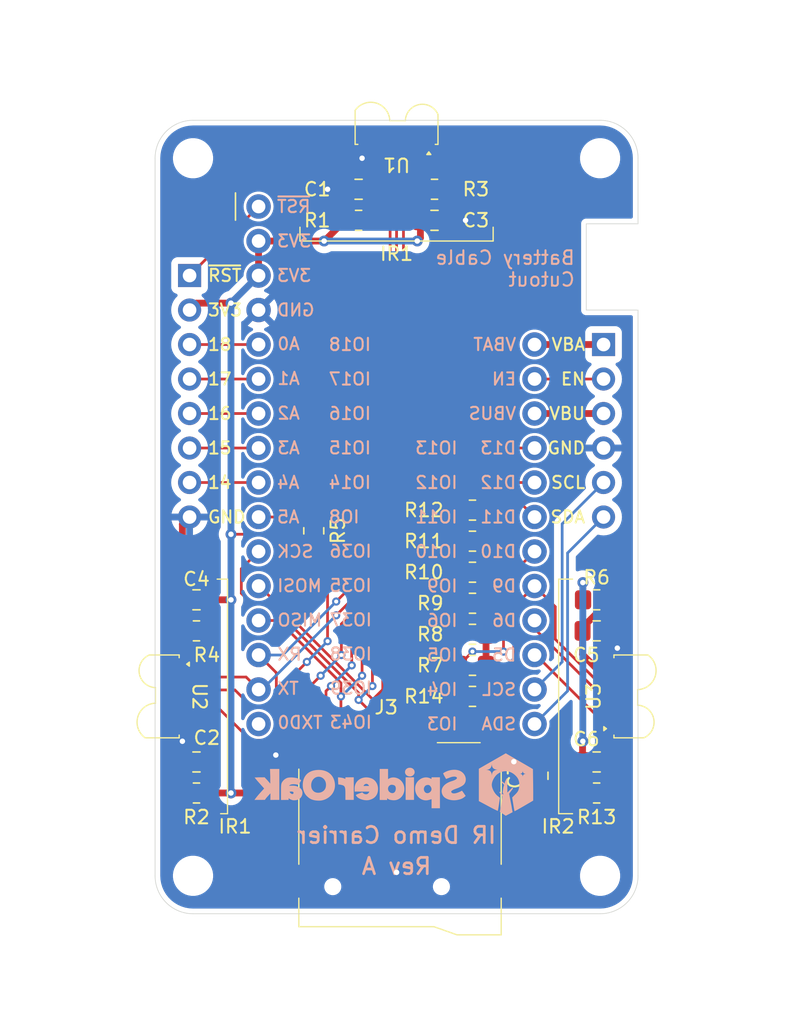
<source format=kicad_pcb>
(kicad_pcb (version 20240108) (generator "pcbnew") (generator_version "8.0")
  (layers (0 "F.Cu" signal) (31 "B.Cu" signal) (34 "B.Paste" user) (35 "F.Paste" user) (36 "B.SilkS" user "B.Silkscreen") (37 "F.SilkS" user "F.Silkscreen") (38 "B.Mask" user) (39 "F.Mask" user) (44 "Edge.Cuts" user))
  (net 0 "")
  (net 1 "/EN")
  (net 2 "/SPI_MOSI")
  (net 3 "/VBUS")
  (net 5 "/SD_DAT2")
  (net 6 "/IR1_TX")
  (net 7 "/IR1_RX")
  (net 8 "/GPIO16")
  (net 9 "VCC")
  (net 10 "GND")
  (net 11 "/VBAT")
  (net 12 "/GPIO15")
  (net 13 "/SPI_SCK")
  (net 14 "/~{IR1_EN}")
  (net 15 "/SPI_MISO")
  (net 16 "/~{RESET}")
  (net 17 "/SPI_CD")
  (net 18 "/SD_DAT1")
  (net 19 "/GPIO18")
  (net 20 "/SCL")
  (net 21 "/SDA")
  (net 22 "/SPI_CS")
  (net 23 "/IR2_RX")
  (net 24 "/~{IR2_EN}")
  (net 25 "/GPIO14")
  (net 26 "/IR2_TX")
  (net 27 "/GPIO17")
  (net 28 "Net-(U1-VCC)")
  (net 29 "Net-(U2-VCC)")
  (net 30 "Net-(U1-IRED)")
  (net 31 "Net-(U2-IRED)")
  (net 32 "Net-(U3-VCC)")
  (net 33 "Net-(U3-IRED)")
  (footprint "Capacitor_SMD:C_0805_2012Metric_Pad1.18x1.45mm_HandSolder" (layer "F.Cu") (at 135.382 109.982 180)
    (property "Reference" "C4")
    (property "Value" "4.7u")
  )
  (footprint "MountingHole:MountingHole_2.7mm_M2.5" (layer "F.Cu") (at 165.1 130.302)
    (property "Reference" "H4" (hide yes))
    (property "Value" "MountingHole")
  )
  (footprint "Resistor_SMD:R_0805_2012Metric_Pad1.20x1.40mm_HandSolder" (layer "F.Cu") (at 152.908 79.756)
    (property "Reference" "R3")
    (property "Value" "10")
  )
  (footprint "Capacitor_SMD:C_0805_2012Metric_Pad1.18x1.45mm_HandSolder" (layer "F.Cu") (at 164.846 121.92)
    (property "Reference" "C6")
    (property "Value" "4.7u")
  )
  (footprint "Resistor_SMD:R_0805_2012Metric_Pad1.20x1.40mm_HandSolder" (layer "F.Cu") (at 155.702 103.378 180)
    (property "Reference" "R12")
    (property "Value" "47K")
  )
  (footprint "Resistor_SMD:R_0805_2012Metric_Pad1.20x1.40mm_HandSolder" (layer "F.Cu") (at 155.702 110.236 180)
    (property "Reference" "R9")
    (property "Value" "47K")
  )
  (footprint "Resistor_SMD:R_0805_2012Metric_Pad1.20x1.40mm_HandSolder" (layer "F.Cu") (at 155.702 117.094)
    (property "Reference" "R14")
    (property "Value" "47K")
  )
  (footprint "MountingHole:MountingHole_2.7mm_M2.5" (layer "F.Cu") (at 135.128 130.302)
    (property "Reference" "H3" (hide yes))
    (property "Value" "MountingHole")
  )
  (footprint "Resistor_SMD:R_0805_2012Metric_Pad1.20x1.40mm_HandSolder" (layer "F.Cu") (at 135.382 112.268 180)
    (property "Reference" "R4")
    (property "Value" "10")
  )
  (footprint "Capacitor_SMD:C_0805_2012Metric_Pad1.18x1.45mm_HandSolder" (layer "F.Cu") (at 147.32 79.756 180)
    (property "Reference" "C1")
    (property "Value" "1u")
  )
  (footprint "Module:Adafruit_Feather" (layer "F.Cu") (at 139.954 81.026)
    (property "Reference" "A1" (hide yes))
    (property "Value" "Adafruit_Feather_ESP32-S3")
  )
  (footprint "Capacitor_SMD:C_0805_2012Metric_Pad1.18x1.45mm_HandSolder" (layer "F.Cu") (at 160.528 122.936 90)
    (property "Reference" "C7")
    (property "Value" "1u")
  )
  (footprint "Capacitor_SMD:C_0805_2012Metric_Pad1.18x1.45mm_HandSolder" (layer "F.Cu") (at 164.846 112.268)
    (property "Reference" "C5")
    (property "Value" "1u")
  )
  (footprint "Capacitor_SMD:C_0805_2012Metric_Pad1.18x1.45mm_HandSolder" (layer "F.Cu") (at 152.908 82.042)
    (property "Reference" "C3")
    (property "Value" "4.7u")
  )
  (footprint "Resistor_SMD:R_0805_2012Metric_Pad1.20x1.40mm_HandSolder" (layer "F.Cu") (at 135.382 124.206 180)
    (property "Reference" "R2")
    (property "Value" "47")
  )
  (footprint "Resistor_SMD:R_0805_2012Metric_Pad1.20x1.40mm_HandSolder" (layer "F.Cu") (at 155.702 112.522 180)
    (property "Reference" "R8")
    (property "Value" "47K")
  )
  (footprint "custom8:MSD-4-A" (layer "F.Cu") (at 150.368 131.1)
    (property "Reference" "J3")
    (property "Value" "Micro SD")
  )
  (footprint "Resistor_SMD:R_0805_2012Metric_Pad1.20x1.40mm_HandSolder" (layer "F.Cu") (at 164.846 124.206)
    (property "Reference" "R13")
    (property "Value" "10")
  )
  (footprint "Resistor_SMD:R_0805_2012Metric_Pad1.20x1.40mm_HandSolder" (layer "F.Cu") (at 155.702 105.664 180)
    (property "Reference" "R11")
    (property "Value" "47K")
  )
  (footprint "Resistor_SMD:R_0805_2012Metric_Pad1.20x1.40mm_HandSolder" (layer "F.Cu") (at 144.018 104.902 90)
    (property "Reference" "R5")
    (property "Value" "47K")
  )
  (footprint "custom8:TFBS4711" (layer "F.Cu") (at 150.114 76.2 180)
    (property "Reference" "U1")
    (property "Value" "TFBS4711")
  )
  (footprint "MountingHole:MountingHole_2.7mm_M2.5" (layer "F.Cu") (at 165.1 77.47)
    (property "Reference" "H2" (hide yes))
    (property "Value" "MountingHole")
  )
  (footprint "Capacitor_SMD:C_0805_2012Metric_Pad1.18x1.45mm_HandSolder" (layer "F.Cu") (at 135.382 121.92 180)
    (property "Reference" "C2")
    (property "Value" "1u")
  )
  (footprint "Resistor_SMD:R_0805_2012Metric_Pad1.20x1.40mm_HandSolder" (layer "F.Cu") (at 164.846 109.982)
    (property "Reference" "R6")
    (property "Value" "47")
  )
  (footprint "MountingHole:MountingHole_2.7mm_M2.5" (layer "F.Cu") (at 135.128 77.47)
    (property "Reference" "H1" (hide yes))
    (property "Value" "MountingHole")
  )
  (footprint "Resistor_SMD:R_0805_2012Metric_Pad1.20x1.40mm_HandSolder" (layer "F.Cu") (at 155.702 114.808 180)
    (property "Reference" "R7")
    (property "Value" "47K")
  )
  (footprint "Resistor_SMD:R_0805_2012Metric_Pad1.20x1.40mm_HandSolder" (layer "F.Cu") (at 147.32 82.042)
    (property "Reference" "R1")
    (property "Value" "47")
  )
  (footprint "Connector_PinHeader_2.54mm:PinHeader_1x08_P2.54mm_Vertical" (layer "F.Cu") (at 134.874 86.106)
    (property "Reference" "J2" (hide yes))
    (property "Value" "EXT B")
  )
  (footprint "Connector_PinHeader_2.54mm:PinHeader_1x06_P2.54mm_Vertical" (layer "F.Cu") (at 165.354 91.186)
    (property "Reference" "J1" (hide yes))
    (property "Value" "EXT A")
  )
  (footprint "Resistor_SMD:R_0805_2012Metric_Pad1.20x1.40mm_HandSolder" (layer "F.Cu") (at 155.702 107.95 180)
    (property "Reference" "R10")
    (property "Value" "47K")
  )
  (footprint "custom8:TFBS4711" (layer "F.Cu") (at 166.37 117.094 90)
    (property "Reference" "U3")
    (property "Value" "TFBS4711")
  )
  (footprint "custom8:TFBS4711" (layer "F.Cu") (at 133.858 117.094 -90)
    (property "Reference" "U2")
    (property "Value" "TFBS4711")
  )
  (gr_poly (pts (xy 151.061337 122.34713) (xy 151.033052 122.349974) (xy 151.005093 122.354715) (xy 150.977623 122.361351) (xy 150.950805 122.369884) (xy 150.924802 122.380313) (xy 150.899776 122.392638) (xy 150.875892 122.406859) (xy 150.853311 122.422976) (xy 150.832197 122.440989) (xy 150.812713 122.460899) (xy 150.795021 122.482704) (xy 150.779285 122.506406) (xy 150.765668 122.532004) (xy 150.754332 122.559498) (xy 150.745441 122.588888) (xy 150.739203 122.619681) (xy 150.736035 122.64969) (xy 150.735797 122.678852) (xy 150.738345 122.707103) (xy 150.743538 122.73438) (xy 150.751234 122.760617) (xy 150.761291 122.785751) (xy 150.773566 122.809718) (xy 150.787919 122.832453) (xy 150.804207 122.853894) (xy 150.822287 122.873975) (xy 150.842019 122.892632) (xy 150.86326 122.909802) (xy 150.885868 122.925421) (xy 150.9097 122.939424) (xy 150.934616 122.951748) (xy 150.960473 122.962328) (xy 150.987129 122.9711) (xy 151.014442 122.978) (xy 151.04227 122.982965) (xy 151.070472 122.98593) (xy 151.098904 122.986831) (xy 151.127426 122.985604) (xy 151.155895 122.982186) (xy 151.184169 122.976511) (xy 151.212107 122.968516) (xy 151.239565 122.958137) (xy 151.266403 122.94531) (xy 151.292478 122.92997) (xy 151.317649 122.912055) (xy 151.341773 122.891499) (xy 151.364708 122.868239) (xy 151.378143 122.852645) (xy 151.390337 122.836915) (xy 151.401297 122.821025) (xy 151.411027 122.804951) (xy 151.419535 122.788668) (xy 151.426825 122.772153) (xy 151.432905 122.755381) (xy 151.43778 122.738328) (xy 151.441457 122.72097) (xy 151.44394 122.703283) (xy 151.445237 122.685242) (xy 151.445352 122.666823) (xy 151.444293 122.648003) (xy 151.442066 122.628756) (xy 151.438675 122.609059) (xy 151.434128 122.588888) (xy 151.425237 122.559498) (xy 151.413901 122.532004) (xy 151.400284 122.506406) (xy 151.384548 122.482704) (xy 151.366856 122.460899) (xy 151.347372 122.440989) (xy 151.326258 122.422976) (xy 151.303677 122.406859) (xy 151.279793 122.392638) (xy 151.254767 122.380313) (xy 151.228764 122.369884) (xy 151.201946 122.361351) (xy 151.174476 122.354715) (xy 151.146517 122.349974) (xy 151.118232 122.34713) (xy 151.089784 122.346182)) (stroke (width -0.000001)) (fill solid) (layer "B.SilkS"))
  (gr_poly (pts (xy 142.297368 123.060039) (xy 142.239177 123.063027) (xy 142.183851 123.068479) (xy 142.132095 123.076494) (xy 142.107945 123.081755) (xy 142.083436 123.088512) (xy 142.058675 123.0967) (xy 142.033768 123.106254) (xy 142.008821 123.117109) (xy 141.98394 123.1292) (xy 141.959232 123.142461) (xy 141.934802 123.156827) (xy 141.910756 123.172234) (xy 141.887202 123.188615) (xy 141.864244 123.205906) (xy 141.84199 123.224042) (xy 141.820544 123.242957) (xy 141.800014 123.262585) (xy 141.780506 123.282863) (xy 141.762125 123.303725) (xy 141.736271 123.335094) (xy 141.713392 123.364688) (xy 141.703011 123.379104) (xy 141.693306 123.393421) (xy 141.684254 123.407751) (xy 141.675834 123.42221) (xy 141.668021 123.436912) (xy 141.660795 123.451971) (xy 141.654131 123.467503) (xy 141.648009 123.483621) (xy 141.642404 123.500441) (xy 141.637296 123.518076) (xy 141.63266 123.536642) (xy 141.628475 123.556252) (xy 141.624719 123.577022) (xy 141.621367 123.599066) (xy 141.618399 123.622498) (xy 141.615792 123.647433) (xy 141.611569 123.70227) (xy 141.608517 123.764493) (xy 141.606457 123.835019) (xy 141.605209 123.914763) (xy 141.604593 124.004643) (xy 141.604427 124.105574) (xy 141.604427 124.720007) (xy 142.167505 124.71419) (xy 142.167038 124.6801) (xy 142.166557 124.656692) (xy 142.164806 124.580549) (xy 142.17138 124.588275) (xy 142.178648 124.595859) (xy 142.195062 124.610579) (xy 142.213639 124.624669) (xy 142.233974 124.638091) (xy 142.255658 124.650805) (xy 142.278284 124.662772) (xy 142.301445 124.673952) (xy 142.324733 124.684307) (xy 142.347741 124.693796) (xy 142.370061 124.70238) (xy 142.411011 124.716677) (xy 142.444323 124.726884) (xy 142.466738 124.732683) (xy 142.483458 124.735823) (xy 142.501739 124.738276) (xy 142.5214 124.740055) (xy 142.54226 124.741173) (xy 142.564138 124.741642) (xy 142.586851 124.741477) (xy 142.61022 124.740689) (xy 142.634063 124.73929) (xy 142.658198 124.737295) (xy 142.682445 124.734716) (xy 142.706623 124.731565) (xy 142.730549 124.727855) (xy 142.754044 124.7236) (xy 142.776925 124.718811) (xy 142.799012 124.713502) (xy 142.820123 124.707686) (xy 142.820116 124.707674) (xy 142.843257 124.700164) (xy 142.865856 124.691472) (xy 142.887887 124.681641) (xy 142.909328 124.670711) (xy 142.930155 124.658725) (xy 142.950343 124.645725) (xy 142.969869 124.631752) (xy 142.988709 124.616849) (xy 143.006839 124.601056) (xy 143.024236 124.584416) (xy 143.040875 124.566971) (xy 143.056733 124.548763) (xy 143.071785 124.529833) (xy 143.086008 124.510223) (xy 143.099379 124.489975) (xy 143.111872 124.46913) (xy 143.123466 124.447731) (xy 143.134134 124.42582) (xy 143.143855 124.403438) (xy 143.152603 124.380626) (xy 143.160356 124.357428) (xy 143.167088 124.333884) (xy 143.172777 124.310037) (xy 143.177399 124.285927) (xy 143.180929 124.261598) (xy 143.183344 124.237091) (xy 143.184621 124.212447) (xy 143.184723 124.190012) (xy 142.528326 124.190012) (xy 142.528215 124.194748) (xy 142.527886 124.199424) (xy 142.527344 124.204034) (xy 142.526594 124.208572) (xy 142.525643 124.213032) (xy 142.524494 124.217408) (xy 142.523155 124.221695) (xy 142.521631 124.225886) (xy 142.519926 124.229975) (xy 142.518046 124.233957) (xy 142.515997 124.237826) (xy 142.513784 124.241575) (xy 142.511412 124.2452) (xy 142.508888 124.248693) (xy 142.506215 124.252049) (xy 142.503401 124.255262) (xy 142.50045 124.258326) (xy 142.497368 124.261236) (xy 142.49416 124.263985) (xy 142.490831 124.266567) (xy 142.487388 124.268976) (xy 142.483835 124.271208) (xy 142.480178 124.273254) (xy 142.476422 124.275111) (xy 142.472573 124.276771) (xy 142.468636 124.278229) (xy 142.464617 124.279479) (xy 142.460521 124.280515) (xy 142.456354 124.281331) (xy 142.452121 124.281921) (xy 142.447827 124.28228) (xy 142.443477 124.2824) (xy 142.434436 124.281921) (xy 142.424868 124.280515) (xy 142.414856 124.278229) (xy 142.404482 124.275111) (xy 142.393829 124.271208) (xy 142.382981 124.266567) (xy 142.37202 124.261236) (xy 142.361029 124.255262) (xy 142.35009 124.248693) (xy 142.339288 124.241575) (xy 142.328703 124.233957) (xy 142.318419 124.225886) (xy 142.30852 124.217408) (xy 142.299087 124.208572) (xy 142.290204 124.199424) (xy 142.281954 124.190012) (xy 142.281952 124.190012) (xy 142.270718 124.176099) (xy 142.261378 124.163611) (xy 142.257439 124.157878) (xy 142.253998 124.152474) (xy 142.251064 124.14739) (xy 142.248645 124.142616) (xy 142.24675 124.138144) (xy 142.245386 124.133964) (xy 142.244562 124.130068) (xy 142.244287 124.126446) (xy 142.244568 124.123089) (xy 142.245415 124.119989) (xy 142.246835 124.117135) (xy 142.248837 124.11452) (xy 142.251429 124.112133) (xy 142.254619 124.109966) (xy 142.258417 124.10801) (xy 142.262829 124.106256) (xy 142.267865 124.104694) (xy 142.273533 124.103316) (xy 142.279841 124.102112) (xy 142.286797 124.101073) (xy 142.294411 124.10019) (xy 142.302689 124.099455) (xy 142.321276 124.098389) (xy 142.342623 124.097803) (xy 142.366798 124.097624) (xy 142.385506 124.098017) (xy 142.403172 124.099189) (xy 142.419773 124.101125) (xy 142.435286 124.103814) (xy 142.449688 124.107242) (xy 142.462958 124.111396) (xy 142.475071 124.116263) (xy 142.486006 124.12183) (xy 142.495739 124.128084) (xy 142.500148 124.131465) (xy 142.504248 124.135012) (xy 142.508037 124.138725) (xy 142.511511 124.142602) (xy 142.514667 124.146641) (xy 142.517503 124.15084) (xy 142.520017 124.155197) (xy 142.522204 124.159713) (xy 142.524063 124.164383) (xy 142.52559 124.169208) (xy 142.526783 124.174184) (xy 142.527638 124.179312) (xy 142.528153 124.184588) (xy 142.528326 124.190012) (xy 143.184723 124.190012) (xy 143.184734 124.187709) (xy 143.183661 124.162919) (xy 143.181377 124.138117) (xy 143.177859 124.113346) (xy 143.173082 124.088648) (xy 143.167349 124.065934) (xy 143.160238 124.043635) (xy 143.15178 124.021772) (xy 143.14201 124.000364) (xy 143.130958 123.97943) (xy 143.118658 123.958991) (xy 143.105142 123.939064) (xy 143.090441 123.919671) (xy 143.07459 123.900831) (xy 143.057619 123.882562) (xy 143.039562 123.864885) (xy 143.02045 123.847819) (xy 143.000317 123.831383) (xy 142.979194 123.815597) (xy 142.957115 123.800481) (xy 142.93411 123.786053) (xy 142.910214 123.772335) (xy 142.885458 123.759344) (xy 142.859874 123.7471) (xy 142.833495 123.735624) (xy 142.806354 123.724934) (xy 142.778482 123.71505) (xy 142.749913 123.705991) (xy 142.720678 123.697778) (xy 142.69081 123.690429) (xy 142.660341 123.683964) (xy 142.629305 123.678402) (xy 142.597732 123.673763) (xy 142.565656 123.670067) (xy 142.533109 123.667332) (xy 142.500124 123.66558) (xy 142.466732 123.664828) (xy 142.426428 123.66478) (xy 142.389005 123.665241) (xy 142.320991 123.667124) (xy 142.259069 123.669355) (xy 142.199615 123.670813) (xy 142.209629 123.660343) (xy 142.218445 123.65144) (xy 142.226215 123.643938) (xy 142.233089 123.637672) (xy 142.239218 123.632473) (xy 142.244752 123.628175) (xy 142.249843 123.624612) (xy 142.254642 123.621618) (xy 142.259298 123.619025) (xy 142.263963 123.616668) (xy 142.273923 123.611993) (xy 142.285726 123.606259) (xy 142.292696 123.602579) (xy 142.300579 123.598135) (xy 142.313213 123.591632) (xy 142.327654 123.585721) (xy 142.343766 123.580397) (xy 142.361413 123.575658) (xy 142.380458 123.571499) (xy 142.400767 123.567916) (xy 142.422204 123.564906) (xy 142.444632 123.562465) (xy 142.467917 123.56059) (xy 142.491921 123.559276) (xy 142.516509 123.558521) (xy 142.541546 123.558319) (xy 142.566896 123.558668) (xy 142.592423 123.559563) (xy 142.61799 123.561001) (xy 142.643463 123.562979) (xy 142.677776 123.566595) (xy 142.709528 123.571008) (xy 142.739437 123.576068) (xy 142.768223 123.581627) (xy 142.825298 123.593648) (xy 142.855026 123.599813) (xy 142.886505 123.605883) (xy 142.895374 123.59073) (xy 142.905744 123.574117) (xy 142.917536 123.555974) (xy 142.93067 123.536233) (xy 142.960652 123.491682) (xy 142.995056 123.439913) (xy 143.013204 123.411419) (xy 143.028738 123.385463) (xy 143.042004 123.361726) (xy 143.053347 123.339888) (xy 143.063114 123.31963) (xy 143.07165 123.300632) (xy 143.079301 123.282576) (xy 143.086414 123.265143) (xy 143.060403 123.246812) (xy 143.043406 123.23505) (xy 143.024794 123.221943) (xy 143.01156 123.212411) (xy 142.993936 123.199576) (xy 142.962624 123.179697) (xy 142.925017 123.160974) (xy 142.881819 123.143506) (xy 142.833734 123.127395) (xy 142.781469 123.112741) (xy 142.725727 123.099644) (xy 142.667212 123.088206) (xy 142.60663 123.078527) (xy 142.544685 123.070708) (xy 142.482081 123.064849) (xy 142.419524 123.06105) (xy 142.357718 123.059414)) (stroke (width -0.000001)) (fill solid) (layer "B.SilkS"))
  (gr_poly (pts (xy 147.829448 123.057172) (xy 147.774617 123.061712) (xy 147.720742 123.069307) (xy 147.667948 123.079885) (xy 147.616354 123.093376) (xy 147.566085 123.10971) (xy 147.517261 123.128816) (xy 147.470004 123.150624) (xy 147.424438 123.175064) (xy 147.380684 123.202066) (xy 147.338864 123.231559) (xy 147.299101 123.263472) (xy 147.261515 123.297736) (xy 147.22623 123.33428) (xy 147.193368 123.373034) (xy 147.163051 123.413928) (xy 147.1354 123.456891) (xy 147.110538 123.501852) (xy 147.088587 123.548742) (xy 147.06967 123.597491) (xy 147.053907 123.648027) (xy 147.041422 123.700281) (xy 147.032337 123.754182) (xy 147.026773 123.80966) (xy 147.024853 123.866644) (xy 147.026247 124.101893) (xy 147.092454 124.101358) (xy 147.146382 124.100509) (xy 147.205263 124.099944) (xy 147.241946 124.099956) (xy 147.286329 124.100264) (xy 147.548101 124.102988) (xy 148.112507 124.104151) (xy 148.108701 124.112419) (xy 148.097395 124.134238) (xy 148.088981 124.148828) (xy 148.078755 124.165125) (xy 148.066737 124.182569) (xy 148.052948 124.2006) (xy 148.037409 124.218658) (xy 148.02899 124.227523) (xy 148.020141 124.236183) (xy 148.010865 124.244571) (xy 148.001164 124.252615) (xy 147.991042 124.260246) (xy 147.9805 124.267393) (xy 147.969542 124.273987) (xy 147.958169 124.279958) (xy 147.946386 124.285235) (xy 147.934193 124.289749) (xy 147.921594 124.293429) (xy 147.908591 124.296206) (xy 147.895188 124.298009) (xy 147.881386 124.298769) (xy 147.859305 124.29884) (xy 147.846004 124.298399) (xy 147.831347 124.297346) (xy 147.81545 124.295457) (xy 147.798426 124.292512) (xy 147.780391 124.288289) (xy 147.761459 124.282567) (xy 147.751693 124.279075) (xy 147.741745 124.275124) (xy 147.73163 124.270688) (xy 147.721362 124.265739) (xy 147.710956 124.260248) (xy 147.700426 124.254189) (xy 147.689787 124.247533) (xy 147.679052 124.240253) (xy 147.668235 124.232321) (xy 147.657352 124.22371) (xy 147.646417 124.214392) (xy 147.635443 124.204338) (xy 147.624446 124.193522) (xy 147.613439 124.181916) (xy 147.602436 124.169492) (xy 147.591453 124.156222) (xy 147.553526 124.172267) (xy 147.519135 124.185596) (xy 147.487485 124.196877) (xy 147.45778 124.206781) (xy 147.401029 124.225132) (xy 147.372391 124.234918) (xy 147.34252 124.246004) (xy 147.273415 124.273218) (xy 147.242488 124.286018) (xy 147.213493 124.298773) (xy 147.186064 124.311853) (xy 147.159838 124.325629) (xy 147.147062 124.332894) (xy 147.13445 124.340471) (xy 147.121957 124.348407) (xy 147.109537 124.356749) (xy 147.12182 124.377322) (xy 147.135029 124.398053) (xy 147.148924 124.418602) (xy 147.163266 124.438629) (xy 147.177819 124.457795) (xy 147.192342 124.475758) (xy 147.206597 124.49218) (xy 147.21355 124.499706) (xy 147.220346 124.50672) (xy 147.251372 124.534609) (xy 147.288221 124.561933) (xy 147.330334 124.588395) (xy 147.377152 124.613697) (xy 147.428115 124.637541) (xy 147.482665 124.659628) (xy 147.540243 124.679661) (xy 147.600289 124.697341) (xy 147.662245 124.71237) (xy 147.725551 124.724451) (xy 147.789649 124.733286) (xy 147.853979 124.738576) (xy 147.917982 124.740023) (xy 147.981099 124.73733) (xy 148.012151 124.734337) (xy 148.042771 124.730198) (xy 148.072891 124.724874) (xy 148.10244 124.718329) (xy 148.10247 124.718385) (xy 148.102485 124.718413) (xy 148.102501 124.718443) (xy 148.141656 124.708181) (xy 148.179629 124.696886) (xy 148.216416 124.684564) (xy 148.252014 124.671219) (xy 148.286417 124.656857) (xy 148.319621 124.641483) (xy 148.351624 124.625102) (xy 148.38242 124.607719) (xy 148.412005 124.589339) (xy 148.440376 124.569967) (xy 148.467529 124.549609) (xy 148.493459 124.52827) (xy 148.518161 124.505955) (xy 148.541633 124.482669) (xy 148.56387 124.458416) (xy 148.584868 124.433203) (xy 148.604623 124.407035) (xy 148.623131 124.379916) (xy 148.640388 124.351852) (xy 148.656389 124.322848) (xy 148.67113 124.292908) (xy 148.684609 124.262039) (xy 148.696819 124.230245) (xy 148.707758 124.197532) (xy 148.717421 124.163904) (xy 148.725805 124.129367) (xy 148.732904 124.093926) (xy 148.738716 124.057586) (xy 148.743235 124.020351) (xy 148.746458 123.982229) (xy 148.748382 123.943222) (xy 148.749 123.903338) (xy 148.746804 123.839592) (xy 148.740418 123.776918) (xy 148.729979 123.715542) (xy 148.723053 123.686659) (xy 148.089643 123.686659) (xy 148.049223 123.686572) (xy 148.007345 123.686834) (xy 147.95507 123.687183) (xy 147.883459 123.687357) (xy 147.761314 123.688143) (xy 147.720633 123.688044) (xy 147.701193 123.687558) (xy 147.680754 123.686659) (xy 147.680752 123.686659) (xy 147.683771 123.677331) (xy 147.687259 123.66826) (xy 147.69119 123.65945) (xy 147.69554 123.650903) (xy 147.700285 123.64262) (xy 147.705399 123.634606) (xy 147.710858 123.626862) (xy 147.716638 123.619391) (xy 147.722715 123.612196) (xy 147.729063 123.605278) (xy 147.735658 123.598641) (xy 147.742475 123.592287) (xy 147.749491 123.586218) (xy 147.756681 123.580437) (xy 147.771482 123.569749) (xy 147.786684 123.560243) (xy 147.802089 123.55194) (xy 147.817501 123.544859) (xy 147.832725 123.53902) (xy 147.847564 123.534443) (xy 147.861821 123.531149) (xy 147.875301 123.529158) (xy 147.881688 123.528658) (xy 147.887808 123.52849) (xy 147.900026 123.529006) (xy 147.912712 123.530579) (xy 147.925779 123.53325) (xy 147.939136 123.537062) (xy 147.952695 123.542055) (xy 147.966366 123.54827) (xy 147.98006 123.555747) (xy 147.993688 123.564529) (xy 148.000449 123.569422) (xy 148.007161 123.574656) (xy 148.013812 123.580237) (xy 148.02039 123.58617) (xy 148.026885 123.592459) (xy 148.033286 123.59911) (xy 148.03958 123.606128) (xy 148.045759 123.613519) (xy 148.051809 123.621287) (xy 148.05772 123.629437) (xy 148.063481 123.637975) (xy 148.069081 123.646906) (xy 148.074508 123.656235) (xy 148.079752 123.665966) (xy 148.0848 123.676106) (xy 148.089643 123.686659) (xy 148.723053 123.686659) (xy 148.715626 123.655692) (xy 148.697495 123.597596) (xy 148.675723 123.541479) (xy 148.650447 123.48757) (xy 148.621805 123.436096) (xy 148.589933 123.387284) (xy 148.554968 123.341361) (xy 148.517047 123.298554) (xy 148.476308 123.259091) (xy 148.432888 123.223199) (xy 148.386924 123.191105) (xy 148.338552 123.163036) (xy 148.28791 123.13922) (xy 148.229816 123.116799) (xy 148.171703 123.097994) (xy 148.113692 123.082736) (xy 148.055905 123.070953) (xy 147.998466 123.062575) (xy 147.941495 123.057533) (xy 147.885115 123.055755)) (stroke (width -0.000001)) (fill solid) (layer "B.SilkS"))
  (gr_poly (pts (xy 157.162023 121.851015) (xy 156.171238 122.41931) (xy 156.171238 124.802077) (xy 156.847441 125.164057) (xy 157.061446 125.278729) (xy 157.194952 125.348651) (xy 157.258464 125.380403) (xy 157.334188 125.417253) (xy 157.565387 125.527964) (xy 157.578041 125.473267) (xy 157.590248 125.414169) (xy 157.602175 125.350748) (xy 157.613989 125.283078) (xy 157.637939 125.135304) (xy 157.66343 124.971457) (xy 157.727549 124.559553) (xy 157.548183 124.415194) (xy 157.506526 124.37911) (xy 157.465725 124.33882) (xy 157.426033 124.294811) (xy 157.387703 124.247567) (xy 157.350988 124.197573) (xy 157.31614 124.145314) (xy 157.283411 124.091276) (xy 157.253055 124.035942) (xy 157.225324 123.979798) (xy 157.200471 123.92333) (xy 157.178748 123.867021) (xy 157.160408 123.811358) (xy 157.145704 123.756825) (xy 157.134888 123.703907) (xy 157.128214 123.653089) (xy 157.125933 123.604857) (xy 157.126527 123.580076) (xy 157.12829 123.554664) (xy 157.135186 123.502192) (xy 157.146358 123.447929) (xy 157.161539 123.392364) (xy 157.180467 123.335984) (xy 157.202876 123.27928) (xy 157.228503 123.22274) (xy 157.257083 123.166851) (xy 157.288353 123.112104) (xy 157.322047 123.058986) (xy 157.357901 123.007986) (xy 157.395652 122.959592) (xy 157.435035 122.914294) (xy 157.475786 122.872581) (xy 157.51764 122.834939) (xy 157.560333 122.801859) (xy 157.59872 122.77557) (xy 157.63743 122.751127) (xy 157.676436 122.728528) (xy 157.71571 122.707771) (xy 157.755226 122.688856) (xy 157.794955 122.67178) (xy 157.834871 122.656543) (xy 157.874947 122.643143) (xy 157.915155 122.631578) (xy 157.955468 122.621848) (xy 157.995859 122.61395) (xy 158.036301 122.607883) (xy 158.076766 122.603646) (xy 158.117227 122.601237) (xy 158.157658 122.600655) (xy 158.19803 122.601898) (xy 158.238317 122.604966) (xy 158.278491 122.609856) (xy 158.318525 122.616567) (xy 158.358392 122.625097) (xy 158.398064 122.635446) (xy 158.437515 122.647611) (xy 158.476718 122.661592) (xy 158.515644 122.677386) (xy 158.554267 122.694993) (xy 158.59256 122.714411) (xy 158.630495 122.735639) (xy 158.668045 122.758674) (xy 158.705183 122.783516) (xy 158.741882 122.810164) (xy 158.778114 122.838615) (xy 158.813852 122.868868) (xy 158.86323 122.91413) (xy 158.908409 122.959614) (xy 158.949468 123.005524) (xy 158.986486 123.052067) (xy 159.01954 123.099448) (xy 159.048709 123.147874) (xy 159.074071 123.197548) (xy 159.095705 123.248678) (xy 159.113689 123.301469) (xy 159.128101 123.356127) (xy 159.13902 123.412856) (xy 159.146523 123.471863) (xy 159.15069 123.533354) (xy 159.151598 123.597533) (xy 159.149327 123.664607) (xy 159.143953 123.734782) (xy 159.13856 123.78251) (xy 159.131819 123.8273) (xy 159.123686 123.869411) (xy 159.114113 123.909106) (xy 159.103054 123.946644) (xy 159.090463 123.982286) (xy 159.076292 124.016295) (xy 159.060496 124.04893) (xy 159.043028 124.080453) (xy 159.023841 124.111124) (xy 159.00289 124.141205) (xy 158.980127 124.170956) (xy 158.955506 124.200639) (xy 158.928981 124.230515) (xy 158.900505 124.260844) (xy 158.870032 124.291888) (xy 158.626305 124.535612) (xy 158.705462 125.033053) (xy 158.721723 125.13326) (xy 158.737588 125.227268) (xy 158.752657 125.312982) (xy 158.766536 125.388308) (xy 158.778825 125.451152) (xy 158.789127 125.499419) (xy 158.797046 125.531014) (xy 158.799987 125.539906) (xy 158.802183 125.543844) (xy 158.807483 125.543147) (xy 158.819533 125.538437) (xy 158.862454 125.517762) (xy 159.013602 125.436892) (xy 159.232813 125.313801) (xy 159.497272 125.161051) (xy 160.174798 124.765024) (xy 160.17668 124.181504) (xy 160.172035 123.602995) (xy 160.160232 122.789107) (xy 159.649212 122.789107) (xy 159.618575 122.791997) (xy 159.604092 122.793991) (xy 159.59016 122.796354) (xy 159.576775 122.799089) (xy 159.563933 122.8022) (xy 159.551629 122.805688) (xy 159.53986 122.809557) (xy 159.52862 122.813809) (xy 159.517907 122.818448) (xy 159.507715 122.823475) (xy 159.498041 122.828895) (xy 159.488879 122.834709) (xy 159.480227 122.840921) (xy 159.472079 122.847533) (xy 159.464432 122.854549) (xy 159.457281 122.86197) (xy 159.450622 122.869801) (xy 159.444451 122.878042) (xy 159.438763 122.886699) (xy 159.433555 122.895773) (xy 159.428822 122.905267) (xy 159.424559 122.915183) (xy 159.420764 122.925526) (xy 159.41743 122.936297) (xy 159.414555 122.9475) (xy 159.412134 122.959136) (xy 159.410162 122.97121) (xy 159.408636 122.983724) (xy 159.407551 122.99668) (xy 159.406903 123.010082) (xy 159.406688 123.023932) (xy 159.404515 122.993509) (xy 159.400854 122.965692) (xy 159.398451 122.952729) (xy 159.395658 122.940379) (xy 159.392471 122.92863) (xy 159.388884 122.917468) (xy 159.38489 122.906882) (xy 159.380485 122.896858) (xy 159.375663 122.887384) (xy 159.370418 122.878447) (xy 159.364744 122.870034) (xy 159.358636 122.862133) (xy 159.352088 122.854731) (xy 159.345095 122.847816) (xy 159.33765 122.841374) (xy 159.329749 122.835393) (xy 159.321385 122.82986) (xy 159.312554 122.824763) (xy 159.303248 122.820089) (xy 159.293464 122.815825) (xy 159.283194 122.811959) (xy 159.272434 122.808477) (xy 159.261178 122.805368) (xy 159.249419 122.802618) (xy 159.224374 122.798146) (xy 159.197255 122.794959) (xy 159.168014 122.792956) (xy 159.197254 122.791459) (xy 159.224367 122.788377) (xy 159.237139 122.786226) (xy 159.249394 122.78366) (xy 159.261137 122.780672) (xy 159.272374 122.777257) (xy 159.283109 122.773407) (xy 159.293346 122.769117) (xy 159.303092 122.76438) (xy 159.312351 122.759189) (xy 159.321127 122.753539) (xy 159.329427 122.747423) (xy 159.337254 122.740835) (xy 159.344613 122.733768) (xy 159.351511 122.726216) (xy 159.357951 122.718173) (xy 159.363938 122.709633) (xy 159.369478 122.700588) (xy 159.374575 122.691033) (xy 159.379234 122.680961) (xy 159.383461 122.670367) (xy 159.38726 122.659243) (xy 159.390635 122.647583) (xy 159.393593 122.635381) (xy 159.396138 122.622631) (xy 159.398275 122.609326) (xy 159.401343 122.581027) (xy 159.402839 122.550432) (xy 159.402726 122.565681) (xy 159.40311 122.580392) (xy 159.403992 122.594568) (xy 159.405372 122.608214) (xy 159.407252 122.621332) (xy 159.409631 122.633927) (xy 159.412511 122.646001) (xy 159.415891 122.657559) (xy 159.419774 122.668604) (xy 159.424159 122.679139) (xy 159.429048 122.689168) (xy 159.43444 122.698695) (xy 159.440337 122.707722) (xy 159.44674 122.716254) (xy 159.453648 122.724294) (xy 159.461064 122.731845) (xy 159.468987 122.738912) (xy 159.477418 122.745497) (xy 159.486358 122.751604) (xy 159.495808 122.757236) (xy 159.505768 122.762398) (xy 159.516239 122.767092) (xy 159.527222 122.771323) (xy 159.538717 122.775093) (xy 159.550725 122.778407) (xy 159.563248 122.781267) (xy 159.576284 122.783677) (xy 159.589837 122.785642) (xy 159.618489 122.788245) (xy 159.649212 122.789107) (xy 160.160232 122.789107) (xy 160.155874 122.4886) (xy 157.574289 122.4886) (xy 157.518163 122.494101) (xy 157.49163 122.497895) (xy 157.466107 122.502392) (xy 157.441587 122.507597) (xy 157.418061 122.513515) (xy 157.395522 122.520153) (xy 157.373962 122.527515) (xy 157.353372 122.535607) (xy 157.333747 122.544433) (xy 157.315077 122.554) (xy 157.297355 122.564313) (xy 157.280573 122.575376) (xy 157.264724 122.587196) (xy 157.249799 122.599778) (xy 157.235791 122.613127) (xy 157.222692 122.627248) (xy 157.210494 122.642147) (xy 157.19919 122.657829) (xy 157.188772 122.674299) (xy 157.179232 122.691564) (xy 157.170562 122.709627) (xy 157.162755 122.728495) (xy 157.155802 122.748173) (xy 157.149697 122.768666) (xy 157.144431 122.78998) (xy 157.139996 122.812119) (xy 157.136385 122.83509) (xy 157.13359 122.858897) (xy 157.131603 122.883547) (xy 157.130023 122.935393) (xy 157.126042 122.877515) (xy 157.119332 122.824594) (xy 157.114929 122.799931) (xy 157.109813 122.776435) (xy 157.103973 122.754081) (xy 157.0974 122.732846) (xy 157.090082 122.712705) (xy 157.082011 122.693634) (xy 157.073175 122.675609) (xy 157.063564 122.658605) (xy 157.053168 122.6426) (xy 157.041977 122.627567) (xy 157.029979 122.613484) (xy 157.017166 122.600327) (xy 157.003526 122.58807) (xy 156.989049 122.576691) (xy 156.973725 122.566164) (xy 156.957544 122.556466) (xy 156.940495 122.547572) (xy 156.922568 122.539459) (xy 156.903753 122.532102) (xy 156.884039 122.525477) (xy 156.863416 122.51956) (xy 156.841873 122.514327) (xy 156.795989 122.505817) (xy 156.746304 122.499752) (xy 156.692735 122.49594) (xy 156.746302 122.493091) (xy 156.795973 122.487229) (xy 156.819371 122.483137) (xy 156.841822 122.478256) (xy 156.863336 122.472573) (xy 156.883921 122.466076) (xy 156.903587 122.458754) (xy 156.922342 122.450593) (xy 156.940196 122.441583) (xy 156.957158 122.43171) (xy 156.973236 122.420963) (xy 156.98844 122.409329) (xy 157.002779 122.396797) (xy 157.016262 122.383355) (xy 157.028897 122.36899) (xy 157.040695 122.35369) (xy 157.051663 122.337444) (xy 157.061811 122.320239) (xy 157.071149 122.302063) (xy 157.079685 122.282904) (xy 157.087427 122.26275) (xy 157.094386 122.241588) (xy 157.10057 122.219408) (xy 157.105989 122.196196) (xy 157.110651 122.171941) (xy 157.114565 122.14663) (xy 157.120186 122.092793) (xy 157.122926 122.03459) (xy 157.122719 122.063599) (xy 157.123423 122.091585) (xy 157.125039 122.118555) (xy 157.127568 122.144514) (xy 157.131011 122.16947) (xy 157.13537 122.193429) (xy 157.140646 122.216399) (xy 157.146839 122.238386) (xy 157.153953 122.259396) (xy 157.161987 122.279437) (xy 157.170943 122.298514) (xy 157.180822 122.316636) (xy 157.191626 122.333808) (xy 157.203356 122.350037) (xy 157.216013 122.36533) (xy 157.229598 122.379694) (xy 157.244113 122.393135) (xy 157.25956 122.40566) (xy 157.275938 122.417276) (xy 157.29325 122.427989) (xy 157.311498 122.437807) (xy 157.330681 122.446735) (xy 157.350802 122.454782) (xy 157.371861 122.461952) (xy 157.393861 122.468254) (xy 157.416802 122.473693) (xy 157.440686 122.478277) (xy 157.465513 122.482013) (xy 157.491286 122.484906) (xy 157.518006 122.486964) (xy 157.574289 122.4886) (xy 160.155874 122.4886) (xy 160.15531 122.449744) (xy 160.131442 122.433084) (xy 160.064139 122.392104) (xy 159.824518 122.251263) (xy 159.102211 121.832609) (xy 158.152929 121.282717)) (stroke (width -0.000001)) (fill solid) (layer "B.SilkS"))
  (gr_poly (pts (xy 152.688778 123.066416) (xy 152.687871 123.083066) (xy 152.686689 123.114835) (xy 152.685415 123.179461) (xy 152.675813 123.172995) (xy 152.665841 123.166686) (xy 152.655555 123.160539) (xy 152.64501 123.154558) (xy 152.62336 123.143117) (xy 152.60133 123.132406) (xy 152.579359 123.122465) (xy 152.557885 123.113337) (xy 152.537347 123.105063) (xy 152.518184 123.097685) (xy 152.47741 123.083825) (xy 152.436192 123.072793) (xy 152.394629 123.064525) (xy 152.352822 123.058959) (xy 152.310871 123.056031) (xy 152.268875 123.055679) (xy 152.226935 123.05784) (xy 152.185152 123.06245) (xy 152.143624 123.069448) (xy 152.102452 123.07877) (xy 152.061736 123.090353) (xy 152.021576 123.104135) (xy 151.982072 123.120052) (xy 151.943324 123.138041) (xy 151.905433 123.158041) (xy 151.868498 123.179987) (xy 151.832619 123.203817) (xy 151.797896 123.229468) (xy 151.76443 123.256877) (xy 151.73232 123.285981) (xy 151.701666 123.316717) (xy 151.67257 123.349023) (xy 151.645129 123.382836) (xy 151.619445 123.418092) (xy 151.595618 123.454728) (xy 151.573748 123.492683) (xy 151.553934 123.531892) (xy 151.536277 123.572294) (xy 151.520877 123.613825) (xy 151.507834 123.656421) (xy 151.497247 123.700022) (xy 151.489218 123.744562) (xy 151.482262 123.802862) (xy 151.478839 123.860385) (xy 151.478844 123.917028) (xy 151.482172 123.972689) (xy 151.488715 124.027266) (xy 151.498369 124.080657) (xy 151.511027 124.132759) (xy 151.526584 124.183469) (xy 151.544934 124.232686) (xy 151.565971 124.280306) (xy 151.589589 124.326228) (xy 151.615682 124.37035) (xy 151.644145 124.412568) (xy 151.674872 124.45278) (xy 151.707756 124.490885) (xy 151.742693 124.526779) (xy 151.779576 124.560361) (xy 151.8183 124.591528) (xy 151.858758 124.620177) (xy 151.900845 124.646207) (xy 151.944455 124.669515) (xy 151.989482 124.689998) (xy 152.03582 124.707554) (xy 152.083364 124.722081) (xy 152.132008 124.733476) (xy 152.181645 124.741637) (xy 152.232171 124.746462) (xy 152.283479 124.747849) (xy 152.335464 124.745694) (xy 152.388018 124.739896) (xy 152.441038 124.730351) (xy 152.494417 124.716959) (xy 152.691198 124.660525) (xy 152.691198 125.329451) (xy 153.307129 125.329451) (xy 153.307129 123.915083) (xy 152.686483 123.915083) (xy 152.68623 123.92996) (xy 152.685141 123.944755) (xy 152.683213 123.959458) (xy 152.680446 123.974053) (xy 152.676839 123.988531) (xy 152.672392 124.002877) (xy 152.667104 124.017079) (xy 152.660973 124.031125) (xy 152.654 124.045002) (xy 152.646182 124.058697) (xy 152.63752 124.072199) (xy 152.628012 124.085494) (xy 152.617657 124.09857) (xy 152.606456 124.111414) (xy 152.594406 124.124014) (xy 152.58292 124.135001) (xy 152.571138 124.145301) (xy 152.559085 124.154913) (xy 152.546786 124.163836) (xy 152.534265 124.172071) (xy 152.521546 124.179616) (xy 152.508655 124.186471) (xy 152.495614 124.192636) (xy 152.482449 124.198109) (xy 152.469184 124.202892) (xy 152.455844 124.206982) (xy 152.442453 124.21038) (xy 152.429035 124.213084) (xy 152.415615 124.215096) (xy 152.402217 124.216413) (xy 152.388866 124.217036) (xy 152.375587 124.216964) (xy 152.362402 124.216196) (xy 152.349338 124.214733) (xy 152.336418 124.212573) (xy 152.323668 124.209715) (xy 152.31111 124.206161) (xy 152.29877 124.201908) (xy 152.286673 124.196957) (xy 152.274842 124.191307) (xy 152.263302 124.184957) (xy 152.252077 124.177907) (xy 152.241192 124.170157) (xy 152.230672 124.161705) (xy 152.220541 124.152552) (xy 152.210822 124.142697) (xy 152.201542 124.132139) (xy 152.201542 124.132147) (xy 152.191711 124.119751) (xy 152.182518 124.107034) (xy 152.173969 124.094019) (xy 152.166066 124.080726) (xy 152.158814 124.067176) (xy 152.152216 124.053391) (xy 152.146276 124.039392) (xy 152.140999 124.0252) (xy 152.136387 124.010836) (xy 152.132445 123.996321) (xy 152.129176 123.981677) (xy 152.126585 123.966925) (xy 152.124676 123.952086) (xy 152.123452 123.937181) (xy 152.122916 123.922232) (xy 152.123074 123.907259) (xy 152.123928 123.892284) (xy 152.125483 123.877328) (xy 152.127743 123.862412) (xy 152.13071 123.847557) (xy 152.13439 123.832785) (xy 152.138786 123.818117) (xy 152.143902 123.803574) (xy 152.149742 123.789177) (xy 152.156309 123.774947) (xy 152.163608 123.760906) (xy 152.171642 123.747075) (xy 152.180415 123.733474) (xy 152.189931 123.720126) (xy 152.200194 123.707052) (xy 152.211208 123.694271) (xy 152.222976 123.681807) (xy 152.229406 123.675733) (xy 152.236521 123.66982) (xy 152.244281 123.664089) (xy 152.252643 123.658558) (xy 152.27101 123.648172) (xy 152.291291 123.638815) (xy 152.313156 123.630636) (xy 152.336273 123.62379) (xy 152.360312 123.618427) (xy 152.384941 123.614699) (xy 152.409829 123.612757) (xy 152.434645 123.612755) (xy 152.446923 123.613528) (xy 152.459058 123.614843) (xy 152.471011 123.616718) (xy 152.482738 123.619173) (xy 152.494199 123.622226) (xy 152.505352 123.625897) (xy 152.516156 123.630204) (xy 152.52657 123.635167) (xy 152.536552 123.640804) (xy 152.546061 123.647134) (xy 152.555055 123.654177) (xy 152.563494 123.661951) (xy 152.577346 123.676284) (xy 152.590375 123.69075) (xy 152.60258 123.705335) (xy 152.61396 123.720027) (xy 152.624516 123.734815) (xy 152.634244 123.749684) (xy 152.643146 123.764623) (xy 152.651219 123.77962) (xy 152.658464 123.79466) (xy 152.664879 123.809733) (xy 152.670464 123.824825) (xy 152.675217 123.839924) (xy 152.679138 123.855018) (xy 152.682226 123.870093) (xy 152.68448 123.885137) (xy 152.685899 123.900138) (xy 152.686483 123.915083) (xy 153.307129 123.915083) (xy 153.307129 123.050539) (xy 152.999162 123.050539) (xy 152.689966 123.04891)) (stroke (width -0.000001)) (fill solid) (layer "B.SilkS"))
  (gr_poly (pts (xy 154.316788 122.495008) (xy 154.232138 122.500858) (xy 154.147531 122.511851) (xy 154.063538 122.527736) (xy 153.980733 122.548263) (xy 153.899689 122.573181) (xy 153.820979 122.602239) (xy 153.745177 122.635187) (xy 153.672856 122.671774) (xy 153.60459 122.711749) (xy 153.540951 122.754862) (xy 153.548602 122.775675) (xy 153.558084 122.798807) (xy 153.581692 122.850654) (xy 153.610079 122.907653) (xy 153.641546 122.967055) (xy 153.674397 123.02611) (xy 153.706932 123.082068) (xy 153.737456 123.13218) (xy 153.764271 123.173697) (xy 153.80247 123.157527) (xy 153.828029 123.147168) (xy 153.847263 123.139897) (xy 153.866488 123.132993) (xy 153.892017 123.123731) (xy 153.930166 123.109391) (xy 153.987251 123.087249) (xy 154.069586 123.054583) (xy 154.096793 123.044374) (xy 154.124528 123.035238) (xy 154.152583 123.027153) (xy 154.18075 123.020094) (xy 154.208821 123.014039) (xy 154.236588 123.008964) (xy 154.263843 123.004846) (xy 154.290379 123.001663) (xy 154.315987 122.99939) (xy 154.34046 122.998005) (xy 154.36359 122.997485) (xy 154.385168 122.997805) (xy 154.404988 122.998944) (xy 154.422841 123.000878) (xy 154.438519 123.003583) (xy 154.451814 123.007036) (xy 154.471614 123.013866) (xy 154.489367 123.021117) (xy 154.505097 123.028769) (xy 154.518828 123.036799) (xy 154.530585 123.045186) (xy 154.540391 123.05391) (xy 154.54827 123.062948) (xy 154.554246 123.072279) (xy 154.556528 123.077047) (xy 154.558343 123.081881) (xy 154.559695 123.086777) (xy 154.560586 123.091733) (xy 154.561019 123.096746) (xy 154.560997 123.101814) (xy 154.559602 123.112102) (xy 154.556423 123.122575) (xy 154.551485 123.133213) (xy 154.544812 123.143994) (xy 154.536429 123.154895) (xy 154.526357 123.165896) (xy 154.514623 123.176976) (xy 154.501249 123.188112) (xy 154.48626 123.199284) (xy 154.46968 123.21047) (xy 154.451532 123.221648) (xy 154.431841 123.232797) (xy 154.41063 123.243896) (xy 154.387924 123.254923) (xy 154.363747 123.265856) (xy 154.338122 123.276674) (xy 154.311073 123.287356) (xy 154.282624 123.29788) (xy 154.2528 123.308225) (xy 154.221625 123.318369) (xy 154.189121 123.328291) (xy 154.127422 123.347651) (xy 154.068287 123.368454) (xy 154.011724 123.390646) (xy 153.957742 123.414171) (xy 153.906348 123.438976) (xy 153.85755 123.465005) (xy 153.811357 123.492204) (xy 153.767776 123.520518) (xy 153.726816 123.549892) (xy 153.688485 123.580272) (xy 153.652789 123.611602) (xy 153.619739 123.643828) (xy 153.589341 123.676896) (xy 153.561603 123.71075) (xy 153.536535 123.745336) (xy 153.514143 123.780599) (xy 153.494435 123.816485) (xy 153.47742 123.852938) (xy 153.463106 123.889904) (xy 153.451501 123.927329) (xy 153.442613 123.965157) (xy 153.436449 124.003333) (xy 153.433018 124.041804) (xy 153.432329 124.080514) (xy 153.434388 124.119409) (xy 153.439203 124.158433) (xy 153.446784 124.197532) (xy 153.457138 124.236652) (xy 153.470273 124.275738) (xy 153.486197 124.314734) (xy 153.504917 124.353587) (xy 153.526443 124.392241) (xy 153.542895 124.417856) (xy 153.5612 124.442596) (xy 153.581284 124.466448) (xy 153.603071 124.4894) (xy 153.626487 124.51144) (xy 153.651456 124.532555) (xy 153.677905 124.552735) (xy 153.705757 124.571966) (xy 153.734937 124.590236) (xy 153.765372 124.607533) (xy 153.796986 124.623845) (xy 153.829705 124.63916) (xy 153.898154 124.66675) (xy 153.970121 124.690205) (xy 154.045007 124.709428) (xy 154.122212 124.724321) (xy 154.201137 124.734787) (xy 154.281183 124.740729) (xy 154.36175 124.74205) (xy 154.442239 124.738652) (xy 154.522051 124.730438) (xy 154.600586 124.71731) (xy 154.691774 124.697518) (xy 154.734321 124.686922) (xy 154.775114 124.675613) (xy 154.814359 124.663408) (xy 154.852262 124.650123) (xy 154.889031 124.635573) (xy 154.924874 124.619575) (xy 154.959996 124.601945) (xy 154.994605 124.582499) (xy 155.028908 124.561052) (xy 155.063111 124.537421) (xy 155.097423 124.511422) (xy 155.132049 124.482871) (xy 155.167197 124.451584) (xy 155.203073 124.417376) (xy 155.163534 124.363078) (xy 155.128789 124.313574) (xy 155.067069 124.222976) (xy 155.036788 124.178895) (xy 155.004689 124.133634) (xy 154.969119 124.0857) (xy 154.928425 124.033598) (xy 154.823351 124.088955) (xy 154.72688 124.134413) (xy 154.63876 124.170631) (xy 154.558739 124.198268) (xy 154.486565 124.217983) (xy 154.421988 124.230433) (xy 154.364755 124.236279) (xy 154.314614 124.236179) (xy 154.271315 124.230792) (xy 154.234605 124.220775) (xy 154.204233 124.206789) (xy 154.179948 124.189492) (xy 154.161497 124.169542) (xy 154.148629 124.147599) (xy 154.141093 124.124321) (xy 154.138637 124.100367) (xy 154.139087 124.095103) (xy 154.140428 124.089655) (xy 154.142649 124.084031) (xy 154.145739 124.078236) (xy 154.149687 124.072278) (xy 154.154481 124.066161) (xy 154.160109 124.059894) (xy 154.166562 124.053482) (xy 154.173826 124.046932) (xy 154.181891 124.040249) (xy 154.190746 124.033442) (xy 154.200379 124.026515) (xy 154.210779 124.019476) (xy 154.221934 124.012331) (xy 154.246465 123.997749) (xy 154.273883 123.982819) (xy 154.304095 123.967594) (xy 154.337013 123.952125) (xy 154.372544 123.936463) (xy 154.410598 123.920661) (xy 154.451085 123.904769) (xy 154.493914 123.888839) (xy 154.538994 123.872923) (xy 154.582091 123.857534) (xy 154.62495 123.841145) (xy 154.667351 123.823875) (xy 154.709078 123.805846) (xy 154.749913 123.787178) (xy 154.789637 123.767992) (xy 154.828034 123.748409) (xy 154.864885 123.728549) (xy 154.899973 123.708533) (xy 154.93308 123.688481) (xy 154.963988 123.668515) (xy 154.992481 123.648754) (xy 155.018339 123.629321) (xy 155.041346 123.610334) (xy 155.061283 123.591916) (xy 155.077934 123.574187) (xy 155.101416 123.545004) (xy 155.122553 123.514807) (xy 155.141369 123.483684) (xy 155.157891 123.451726) (xy 155.172144 123.419022) (xy 155.184155 123.385662) (xy 155.193948 123.351736) (xy 155.20155 123.317333) (xy 155.206986 123.282543) (xy 155.210282 123.247456) (xy 155.211464 123.212161) (xy 155.210558 123.176748) (xy 155.207588 123.141308) (xy 155.202582 123.105929) (xy 155.195564 123.070702) (xy 155.18656 123.035715) (xy 155.175597 123.00106) (xy 155.162699 122.966825) (xy 155.147893 122.9331) (xy 155.131204 122.899976) (xy 155.112658 122.867541) (xy 155.092281 122.835886) (xy 155.070098 122.8051) (xy 155.046136 122.775272) (xy 155.020419 122.746494) (xy 154.992974 122.718853) (xy 154.963826 122.692441) (xy 154.933001 122.667347) (xy 154.900525 122.64366) (xy 154.866424 122.62147) (xy 154.830723 122.600868) (xy 154.793447 122.581942) (xy 154.757479 122.56596) (xy 154.720589 122.551672) (xy 154.644332 122.528048) (xy 154.56525 122.510821) (xy 154.483917 122.499738) (xy 154.400905 122.494551)) (stroke (width -0.000001)) (fill solid) (layer "B.SilkS"))
  (gr_poly (pts (xy 146.543817 123.050912) (xy 146.45987 123.051735) (xy 146.348335 123.052862) (xy 146.347856 123.07538) (xy 146.34681 123.108458) (xy 146.345782 123.144281) (xy 146.345457 123.160779) (xy 146.345356 123.175032) (xy 146.339111 123.170418) (xy 146.331942 123.165915) (xy 146.323947 123.161515) (xy 146.315222 123.157212) (xy 146.305865 123.153) (xy 146.295974 123.148871) (xy 146.274977 123.140837) (xy 146.253013 123.133056) (xy 146.230859 123.125474) (xy 146.209296 123.118038) (xy 146.189104 123.110693) (xy 146.171181 123.104604) (xy 146.1503 123.098743) (xy 146.126918 123.093132) (xy 146.101488 123.087794) (xy 146.046305 123.078028) (xy 145.988392 123.069628) (xy 145.931389 123.062778) (xy 145.878935 123.057658) (xy 145.834669 123.054452) (xy 145.802231 123.053343) (xy 145.804487 123.166778) (xy 145.807887 123.28839) (xy 145.81045 123.354059) (xy 145.813819 123.423927) (xy 145.818168 123.498714) (xy 145.823671 123.579138) (xy 145.86094 123.582207) (xy 145.891746 123.584396) (xy 145.919067 123.586516) (xy 145.932351 123.587805) (xy 145.94588 123.589382) (xy 145.960027 123.591348) (xy 145.975164 123.593806) (xy 145.991663 123.596857) (xy 146.009897 123.600602) (xy 146.030237 123.605143) (xy 146.053056 123.610582) (xy 146.078726 123.61702) (xy 146.10762 123.62456) (xy 146.128199 123.630411) (xy 146.147568 123.63677) (xy 146.165763 123.643682) (xy 146.182822 123.651195) (xy 146.19878 123.659355) (xy 146.213675 123.668208) (xy 146.227542 123.677802) (xy 146.240419 123.688181) (xy 146.252341 123.699394) (xy 146.263346 123.711487) (xy 146.273469 123.724505) (xy 146.282747 123.738496) (xy 146.291217 123.753507) (xy 146.298915 123.769583) (xy 146.305878 123.786772) (xy 146.312141 123.805119) (xy 146.317743 123.824672) (xy 146.322719 123.845477) (xy 146.327105 123.86758) (xy 146.330938 123.891028) (xy 146.334255 123.915868) (xy 146.337092 123.942146) (xy 146.339486 123.969909) (xy 146.341472 123.999203) (xy 146.344371 124.06257) (xy 146.34608 124.13262) (xy 146.346892 124.209726) (xy 146.347097 124.29426) (xy 146.347097 124.71364) (xy 146.963032 124.71364) (xy 146.963037 123.882048) (xy 146.963037 123.050535) (xy 146.655069 123.050535)) (stroke (width -0.000001)) (fill solid) (layer "B.SilkS"))
  (gr_poly (pts (xy 144.332033 122.507238) (xy 144.269353 122.510432) (xy 144.205627 122.515879) (xy 144.146933 122.522974) (xy 144.089835 122.532057) (xy 144.034349 122.543109) (xy 143.980493 122.556109) (xy 143.928286 122.571039) (xy 143.877744 122.587878) (xy 143.828885 122.606608) (xy 143.781727 122.627208) (xy 143.736287 122.649659) (xy 143.692583 122.673941) (xy 143.650632 122.700034) (xy 143.610453 122.727919) (xy 143.572062 122.757577) (xy 143.535477 122.788988) (xy 143.500716 122.822131) (xy 143.467796 122.856988) (xy 143.436735 122.893539) (xy 143.407551 122.931764) (xy 143.380261 122.971644) (xy 143.354883 123.013158) (xy 143.331433 123.056288) (xy 143.309931 123.101014) (xy 143.290393 123.147316) (xy 143.272837 123.195174) (xy 143.257281 123.244569) (xy 143.243741 123.295482) (xy 143.232237 123.347892) (xy 143.222785 123.40178) (xy 143.215402 123.457126) (xy 143.210107 123.513912) (xy 143.206918 123.572116) (xy 143.20585 123.63172) (xy 143.207796 123.70492) (xy 143.213438 123.77545) (xy 143.222485 123.843236) (xy 143.234644 123.908204) (xy 143.249623 123.970284) (xy 143.267131 124.0294) (xy 143.286873 124.085482) (xy 143.30856 124.138455) (xy 143.331897 124.188247) (xy 143.356594 124.234786) (xy 143.382358 124.277997) (xy 143.408897 124.317809) (xy 143.435919 124.354148) (xy 143.463131 124.386942) (xy 143.490241 124.416118) (xy 143.516958 124.441603) (xy 143.575084 124.494149) (xy 143.606434 124.521599) (xy 143.640057 124.549333) (xy 143.676515 124.576979) (xy 143.71637 124.60416) (xy 143.737747 124.61746) (xy 143.760184 124.630503) (xy 143.783751 124.643243) (xy 143.808518 124.655633) (xy 143.834556 124.667626) (xy 143.861935 124.679175) (xy 143.890725 124.690234) (xy 143.920996 124.700756) (xy 143.952818 124.710693) (xy 143.986263 124.72) (xy 144.021399 124.728629) (xy 144.058297 124.736533) (xy 144.097028 124.743666) (xy 144.137661 124.74998) (xy 144.180267 124.75543) (xy 144.224916 124.759968) (xy 144.271679 124.763547) (xy 144.320625 124.766121) (xy 144.371824 124.767642) (xy 144.425348 124.768065) (xy 144.481536 124.766294) (xy 144.538315 124.761317) (xy 144.595488 124.753179) (xy 144.65286 124.741925) (xy 144.710234 124.727601) (xy 144.767414 124.710252) (xy 144.824204 124.689923) (xy 144.880408 124.66666) (xy 144.935829 124.640507) (xy 144.990271 124.61151) (xy 145.043539 124.579715) (xy 145.095436 124.545167) (xy 145.145765 124.50791) (xy 145.194331 124.46799) (xy 145.240937 124.425453) (xy 145.285388 124.380344) (xy 145.327487 124.332708) (xy 145.367037 124.28259) (xy 145.403843 124.230036) (xy 145.437709 124.17509) (xy 145.468438 124.117799) (xy 145.495834 124.058207) (xy 145.519701 123.99636) (xy 145.539843 123.932303) (xy 145.556064 123.866081) (xy 145.568166 123.79774) (xy 145.575955 123.727325) (xy 145.579234 123.65488) (xy 145.578793 123.631845) (xy 144.918432 123.631845) (xy 144.913866 123.692438) (xy 144.904421 123.755167) (xy 144.896454 123.790945) (xy 144.886327 123.825221) (xy 144.874141 123.857987) (xy 144.859999 123.88924) (xy 144.844002 123.918972) (xy 144.826253 123.947178) (xy 144.806853 123.973853) (xy 144.785904 123.998991) (xy 144.763509 124.022585) (xy 144.73977 124.044631) (xy 144.714787 124.065122) (xy 144.688664 124.084053) (xy 144.661502 124.101418) (xy 144.633403 124.117211) (xy 144.604469 124.131427) (xy 144.574803 124.14406) (xy 144.544505 124.155104) (xy 144.513679 124.164553) (xy 144.482425 124.172402) (xy 144.450847 124.178644) (xy 144.419045 124.183275) (xy 144.387122 124.186288) (xy 144.35518 124.187678) (xy 144.323321 124.187439) (xy 144.291647 124.185565) (xy 144.260259 124.182051) (xy 144.22926 124.17689) (xy 144.198752 124.170077) (xy 144.168837 124.161607) (xy 144.139616 124.151473) (xy 144.111191 124.13967) (xy 144.083666 124.126192) (xy 144.067619 124.117049) (xy 144.051296 124.106486) (xy 144.034818 124.094602) (xy 144.01831 124.081499) (xy 144.001894 124.067277) (xy 143.985695 124.052035) (xy 143.969834 124.035874) (xy 143.954436 124.018894) (xy 143.939624 124.001195) (xy 143.92552 123.982877) (xy 143.912248 123.964041) (xy 143.899932 123.944786) (xy 143.888695 123.925214) (xy 143.878659 123.905423) (xy 143.869948 123.885514) (xy 143.862686 123.865587) (xy 143.851785 123.828559) (xy 143.842877 123.790468) (xy 143.835976 123.751513) (xy 143.831095 123.711891) (xy 143.828249 123.671798) (xy 143.82745 123.631433) (xy 143.828714 123.590993) (xy 143.832053 123.550674) (xy 143.837482 123.510674) (xy 143.845015 123.47119) (xy 143.854665 123.432419) (xy 143.866446 123.394559) (xy 143.880372 123.357807) (xy 143.896456 123.32236) (xy 143.914714 123.288416) (xy 143.935158 123.256171) (xy 143.969278 123.210616) (xy 144.005468 123.169911) (xy 144.043496 123.133964) (xy 144.083129 123.102686) (xy 144.124137 123.075985) (xy 144.166287 123.053772) (xy 144.209349 123.035956) (xy 144.253089 123.022446) (xy 144.297278 123.013153) (xy 144.341683 123.007986) (xy 144.386072 123.006854) (xy 144.430214 123.009667) (xy 144.473877 123.016334) (xy 144.516829 123.026766) (xy 144.55884 123.040872) (xy 144.599677 123.058561) (xy 144.639108 123.079743) (xy 144.676903 123.104328) (xy 144.712828 123.132225) (xy 144.746654 123.163344) (xy 144.778147 123.197594) (xy 144.807077 123.234886) (xy 144.833212 123.275128) (xy 144.85632 123.31823) (xy 144.87617 123.364102) (xy 144.892529 123.412653) (xy 144.905167 123.463794) (xy 144.913851 123.517433) (xy 144.91835 123.57348) (xy 144.918432 123.631845) (xy 145.578793 123.631845) (xy 145.577807 123.580453) (xy 145.571478 123.504086) (xy 145.56005 123.425827) (xy 145.543327 123.345721) (xy 145.529153 123.291949) (xy 145.512829 123.239744) (xy 145.494391 123.18913) (xy 145.473875 123.14013) (xy 145.45132 123.092766) (xy 145.42676 123.047061) (xy 145.400235 123.003037) (xy 145.371779 122.960719) (xy 145.341431 122.920128) (xy 145.309226 122.881288) (xy 145.275202 122.84422) (xy 145.239396 122.808949) (xy 145.201843 122.775497) (xy 145.162582 122.743887) (xy 145.121649 122.714141) (xy 145.07908 122.686282) (xy 145.034913 122.660334) (xy 144.989185 122.636319) (xy 144.941931 122.61426) (xy 144.89319 122.59418) (xy 144.842997 122.576102) (xy 144.79139 122.560048) (xy 144.738405 122.546041) (xy 144.68408 122.534104) (xy 144.628451 122.524261) (xy 144.571554 122.516533) (xy 144.513427 122.510944) (xy 144.454107 122.507517) (xy 144.39363 122.506274)) (stroke (width -0.000001)) (fill solid) (layer "B.SilkS"))
  (gr_poly (pts (xy 150.781818 124.713553) (xy 151.397749 124.713553) (xy 151.397749 123.050535) (xy 150.781818 123.050535)) (stroke (width -0.000001)) (fill solid) (layer "B.SilkS"))
  (gr_poly (pts (xy 140.814735 122.990053) (xy 140.815201 123.514704) (xy 140.629162 123.298018) (xy 140.61209 123.277637) (xy 140.597566 123.260703) (xy 140.585124 123.246616) (xy 140.574302 123.234779) (xy 140.555657 123.215461) (xy 140.537914 123.197961) (xy 140.517358 123.177492) (xy 140.504865 123.164649) (xy 140.490276 123.149269) (xy 140.473125 123.130754) (xy 140.45295 123.108505) (xy 140.429285 123.081924) (xy 140.401666 123.050413) (xy 140.284775 123.051494) (xy 140.217967 123.051417) (xy 140.157448 123.050867) (xy 140.059421 123.050532) (xy 139.99088 123.05107) (xy 139.933611 123.052496) (xy 139.884643 123.054525) (xy 139.841006 123.056872) (xy 139.757835 123.061383) (xy 139.712358 123.062978) (xy 139.660326 123.063753) (xy 139.709376 123.12562) (xy 139.751964 123.178535) (xy 139.790898 123.225892) (xy 139.828984 123.271088) (xy 139.86903 123.317518) (xy 139.913842 123.368575) (xy 140.028993 123.498156) (xy 140.363016 123.873137) (xy 140.028993 124.242243) (xy 139.962595 124.317222) (xy 139.901283 124.389353) (xy 139.845212 124.457815) (xy 139.794533 124.521787) (xy 139.749397 124.580448) (xy 139.709958 124.632975) (xy 139.648775 124.716345) (xy 139.735776 124.714771) (xy 139.821611 124.713938) (xy 140.047455 124.713553) (xy 140.157484 124.713131) (xy 140.245577 124.712312) (xy 140.327651 124.711765) (xy 140.41962 124.712157) (xy 140.4542 124.662434) (xy 140.480621 124.625274) (xy 140.501595 124.596971) (xy 140.519832 124.573817) (xy 140.538045 124.552104) (xy 140.558944 124.528125) (xy 140.619648 124.45854) (xy 140.823967 124.230379) (xy 140.825381 124.291279) (xy 140.82607 124.352172) (xy 140.825737 124.473949) (xy 140.821499 124.717505) (xy 141.135935 124.713663) (xy 141.481167 124.713663) (xy 141.481239 123.57408) (xy 141.481239 122.434603) (xy 140.794971 122.434603)) (stroke (width -0.000001)) (fill solid) (layer "B.SilkS"))
  (gr_poly (pts (xy 158.155692 123.263621) (xy 158.094236 123.400671) (xy 158.085841 123.455427) (xy 158.07745 123.51018) (xy 157.986727 123.433787) (xy 157.896004 123.357394) (xy 157.832202 123.357394) (xy 157.832202 123.39823) (xy 157.932958 123.501417) (xy 158.033715 123.604601) (xy 157.974982 123.804598) (xy 157.950503 123.977713) (xy 157.926025 124.150831) (xy 157.952052 124.219748) (xy 157.97808 124.288672) (xy 157.962315 124.30443) (xy 157.946551 124.320193) (xy 157.834988 124.211256) (xy 157.723428 124.10232) (xy 157.70479 124.132475) (xy 157.686153 124.162634) (xy 157.793263 124.31172) (xy 157.900374 124.460814) (xy 157.863891 124.79341) (xy 157.81971 125.087511) (xy 157.777213 125.323664) (xy 157.715468 125.586767) (xy 158.152231 125.883185) (xy 158.658286 125.617563) (xy 158.606838 125.355429) (xy 158.582357 125.189528) (xy 158.491972 124.725203) (xy 158.401586 124.26087) (xy 158.547612 124.06159) (xy 158.693637 123.862311) (xy 158.666539 123.834593) (xy 158.639442 123.806879) (xy 158.45486 123.989817) (xy 158.270279 124.172762) (xy 158.270535 124.060816) (xy 158.270791 123.94887) (xy 158.265937 123.537718) (xy 158.261082 123.126574) (xy 158.21715 123.126574)) (stroke (width -0.000001)) (fill solid) (layer "B.SilkS"))
  (gr_poly (pts (xy 148.872417 124.717718) (xy 149.066934 124.719955) (xy 149.245831 124.721183) (xy 149.422046 124.721091) (xy 149.422946 124.650556) (xy 149.423452 124.622955) (xy 149.424423 124.583517) (xy 149.434357 124.595116) (xy 149.44467 124.606049) (xy 149.455336 124.616336) (xy 149.466327 124.626002) (xy 149.477617 124.635067) (xy 149.489177 124.643554) (xy 149.500982 124.651485) (xy 149.513004 124.658882) (xy 149.537591 124.672161) (xy 149.562722 124.683567) (xy 149.58818 124.693278) (xy 149.613749 124.70147) (xy 149.639212 124.708318) (xy 149.664354 124.714) (xy 149.688956 124.718691) (xy 149.712804 124.722568) (xy 149.796316 124.733465) (xy 149.813822 124.735559) (xy 149.832436 124.73728) (xy 149.872408 124.739537) (xy 149.915063 124.740098) (xy 149.937032 124.739701) (xy 149.959234 124.738828) (xy 149.981523 124.737463) (xy 150.003754 124.735588) (xy 150.02578 124.733187) (xy 150.047455 124.730241) (xy 150.068634 124.726735) (xy 150.08917 124.722651) (xy 150.108918 124.717971) (xy 150.127731 124.712679) (xy 150.127729 124.712679) (xy 150.182311 124.693761) (xy 150.234327 124.671356) (xy 150.283742 124.645645) (xy 150.330519 124.616808) (xy 150.37462 124.585026) (xy 150.41601 124.55048) (xy 150.454651 124.51335) (xy 150.490507 124.473817) (xy 150.523541 124.432061) (xy 150.553717 124.388263) (xy 150.580997 124.342604) (xy 150.605345 124.295264) (xy 150.626725 124.246424) (xy 150.6451 124.196265) (xy 150.660432 124.144966) (xy 150.672686 124.092709) (xy 150.681825 124.039675) (xy 150.687811 123.986043) (xy 150.690608 123.931995) (xy 150.690181 123.877711) (xy 150.689972 123.874633) (xy 150.058917 123.874633) (xy 150.058542 123.893825) (xy 150.057372 123.913071) (xy 150.055427 123.932291) (xy 150.052723 123.951407) (xy 150.049278 123.970338) (xy 150.04511 123.989007) (xy 150.040237 124.007334) (xy 150.034677 124.025239) (xy 150.028447 124.042645) (xy 150.021565 124.059471) (xy 150.014049 124.075638) (xy 150.005917 124.091068) (xy 149.997187 124.105682) (xy 149.987876 124.1194) (xy 149.978002 124.132143) (xy 149.968742 124.14268) (xy 149.95908 124.152474) (xy 149.94904 124.16153) (xy 149.93864 124.169854) (xy 149.927902 124.177448) (xy 149.916845 124.18432) (xy 149.905491 124.190471) (xy 149.893861 124.195909) (xy 149.881974 124.200636) (xy 149.869851 124.204658) (xy 149.857514 124.207979) (xy 149.844981 124.210604) (xy 149.832275 124.212537) (xy 149.819415 124.213784) (xy 149.806422 124.214348) (xy 149.793317 124.214235) (xy 149.780121 124.213448) (xy 149.766852 124.211993) (xy 149.753534 124.209874) (xy 149.740185 124.207096) (xy 149.726826 124.203663) (xy 149.713479 124.199581) (xy 149.700163 124.194852) (xy 149.6869 124.189484) (xy 149.673709 124.183478) (xy 149.660611 124.176842) (xy 149.647628 124.169578) (xy 149.634778 124.161692) (xy 149.622084 124.153189) (xy 149.609565 124.144072) (xy 149.597242 124.134347) (xy 149.585136 124.124018) (xy 149.585138 124.124018) (xy 149.573956 124.113512) (xy 149.563405 124.102401) (xy 149.553491 124.090723) (xy 149.54422 124.078517) (xy 149.535599 124.065822) (xy 149.527633 124.052675) (xy 149.520328 124.039117) (xy 149.513692 124.025185) (xy 149.507729 124.010918) (xy 149.502447 123.996356) (xy 149.497851 123.981536) (xy 149.493947 123.966497) (xy 149.490742 123.951278) (xy 149.488242 123.935917) (xy 149.486453 123.920454) (xy 149.485382 123.904928) (xy 149.485033 123.889375) (xy 149.485414 123.873836) (xy 149.486531 123.858349) (xy 149.48839 123.842953) (xy 149.490997 123.827686) (xy 149.494358 123.812588) (xy 149.498479 123.797696) (xy 149.503367 123.783049) (xy 149.509028 123.768687) (xy 149.515467 123.754647) (xy 149.522692 123.740969) (xy 149.530707 123.727691) (xy 149.539521 123.714852) (xy 149.549137 123.70249) (xy 149.559564 123.690645) (xy 149.570806 123.679354) (xy 149.581856 123.669304) (xy 149.592885 123.660026) (xy 149.603893 123.651498) (xy 149.614886 123.643698) (xy 149.625864 123.636605) (xy 149.63683 123.630197) (xy 149.647788 123.624453) (xy 149.65874 123.61935) (xy 149.669688 123.614867) (xy 149.680635 123.610983) (xy 149.691584 123.607676) (xy 149.702537 123.604925) (xy 149.713497 123.602707) (xy 149.724467 123.601) (xy 149.735448 123.599785) (xy 149.746445 123.599038) (xy 149.768493 123.598864) (xy 149.790631 123.600305) (xy 149.812881 123.603189) (xy 149.835264 123.607343) (xy 149.857801 123.612592) (xy 149.880512 123.618765) (xy 149.903419 123.625688) (xy 149.926542 123.633188) (xy 149.942391 123.63937) (xy 149.957142 123.64695) (xy 149.970815 123.655849) (xy 149.983427 123.665988) (xy 149.994995 123.677287) (xy 150.005538 123.689668) (xy 150.015074 123.703052) (xy 150.023619 123.717359) (xy 150.031192 123.732511) (xy 150.037811 123.748428) (xy 150.043493 123.765032) (xy 150.048257 123.782242) (xy 150.05212 123.799981) (xy 150.055099 123.818168) (xy 150.057213 123.836725) (xy 150.05848 123.855573) (xy 150.058917 123.874633) (xy 150.689972 123.874633) (xy 150.686491 123.823371) (xy 150.679502 123.769157) (xy 150.669177 123.715249) (xy 150.65548 123.661827) (xy 150.638375 123.609072) (xy 150.617823 123.557165) (xy 150.59379 123.506286) (xy 150.566237 123.456616) (xy 150.535129 123.408336) (xy 150.500428 123.361626) (xy 150.462098 123.316666) (xy 150.420103 123.273638) (xy 150.379632 123.237935) (xy 150.334826 123.204237) (xy 150.286112 123.172978) (xy 150.233915 123.144592) (xy 150.178662 123.119513) (xy 150.120781 123.098175) (xy 150.060697 123.081014) (xy 150.029962 123.074135) (xy 149.998837 123.068463) (xy 149.967375 123.064051) (xy 149.935628 123.060956) (xy 149.903651 123.059229) (xy 149.871497 123.058927) (xy 149.839218 123.060103) (xy 149.806869 123.062812) (xy 149.774502 123.067107) (xy 149.742172 123.073043) (xy 149.709931 123.080675) (xy 149.677832 123.090056) (xy 149.645929 123.101241) (xy 149.614275 123.114284) (xy 149.582925 123.12924) (xy 149.551929 123.146163) (xy 149.521344 123.165106) (xy 149.49122 123.186125) (xy 149.489694 123.138746) (xy 149.48919 123.120721) (xy 149.488827 123.097109) (xy 149.488439 123.005032) (xy 149.48835 122.806334) (xy 149.48835 122.434603) (xy 148.872417 122.434603)) (stroke (width -0.000001)) (fill solid) (layer "B.SilkS"))
  (gr_line (start 162.052 125.73) (end 163.068 125.73) (stroke (width 0.1)) (layer "F.SilkS"))
  (gr_line (start 162.052 108.458) (end 162.052 125.73) (stroke (width 0.1)) (layer "F.SilkS"))
  (gr_line (start 163.068 108.458) (end 162.052 108.458) (stroke (width 0.1)) (layer "F.SilkS"))
  (gr_line (start 143.002 83.566) (end 157.226 83.566) (stroke (width 0.1)) (layer "F.SilkS"))
  (gr_line (start 137.668 108.458) (end 137.668 125.73) (stroke (width 0.1)) (layer "F.SilkS"))
  (gr_line (start 137.668 125.73) (end 137.16 125.73) (stroke (width 0.1)) (layer "F.SilkS"))
  (gr_line (start 143.002 82.55) (end 143.002 83.566) (stroke (width 0.1)) (layer "F.SilkS"))
  (gr_line (start 136.906 108.458) (end 137.668 108.458) (stroke (width 0.1)) (layer "F.SilkS"))
  (gr_line (start 157.226 83.566) (end 157.226 82.55) (stroke (width 0.1)) (layer "F.SilkS"))
  (gr_line (start 167.894 88.646) (end 167.894 130.302) (stroke (width 0.05)) (layer "Edge.Cuts"))
  (gr_arc (start 167.894 130.302) (mid 167.075656 132.277656) (end 165.1 133.096) (stroke (width 0.05)) (layer "Edge.Cuts"))
  (gr_line (start 165.1 133.096) (end 135.128 133.096) (stroke (width 0.05)) (layer "Edge.Cuts"))
  (gr_line (start 132.334 130.302) (end 132.334 77.47) (stroke (width 0.05)) (layer "Edge.Cuts"))
  (gr_arc (start 165.1 74.676) (mid 167.075656 75.494344) (end 167.894 77.47) (stroke (width 0.05)) (layer "Edge.Cuts"))
  (gr_line (start 167.894 82.296) (end 167.894 77.47) (stroke (width 0.05)) (layer "Edge.Cuts"))
  (gr_line (start 135.128 74.676) (end 165.1 74.676) (stroke (width 0.05)) (layer "Edge.Cuts"))
  (gr_line (start 164.084 82.296) (end 164.084 88.646) (stroke (width 0.05)) (layer "Edge.Cuts"))
  (gr_arc (start 135.128 133.096) (mid 133.152344 132.277656) (end 132.334 130.302) (stroke (width 0.05)) (layer "Edge.Cuts"))
  (gr_line (start 167.894 82.296) (end 164.084 82.296) (stroke (width 0.05)) (layer "Edge.Cuts"))
  (gr_line (start 164.084 88.646) (end 167.894 88.646) (stroke (width 0.05)) (layer "Edge.Cuts"))
  (gr_arc (start 132.334 77.47) (mid 133.152344 75.494344) (end 135.128 74.676) (stroke (width 0.05)) (layer "Edge.Cuts"))
  (gr_text "IO35" (at 145.08474 108.929577 0) (layer "B.SilkS") (effects (font (size 0.9 0.9)) (justify right mirror)))
  (gr_text "IO18" (at 145.034 91.186 0) (layer "B.SilkS") (effects (font (size 0.9 0.9)) (justify right mirror)))
  (gr_text "A1" (at 141.24979 93.69079 0) (layer "B.SilkS") (effects (font (size 0.9 0.9)) (justify right mirror)))
  (gr_text "IO11" (at 154.686 103.886 0) (layer "B.SilkS") (effects (font (size 0.9 0.9)) (justify left mirror)))
  (gr_text "VBAT" (at 159.004 91.186 0) (layer "B.SilkS") (effects (font (size 0.9 0.9)) (justify left mirror)))
  (gr_text "~{RST}" (at 141.224 81.026 0) (layer "B.SilkS") (effects (font (size 0.9 0.9)) (justify right mirror)))
  (gr_text "IO17" (at 145.034 93.726 0) (layer "B.SilkS") (effects (font (size 0.9 0.9)) (justify right mirror)))
  (gr_text "IO4" (at 154.686 116.586 0) (layer "B.SilkS") (effects (font (size 0.9 0.9)) (justify left mirror)))
  (gr_text "GND" (at 141.224 88.646 0) (layer "B.SilkS") (effects (font (size 0.9 0.9)) (justify right mirror)))
  (gr_text "IO38" (at 145.102494 113.974492 0) (layer "B.SilkS") (effects (font (size 0.9 0.9)) (justify right mirror)))
  (gr_text "A2" (at 141.24979 96.244086 0) (layer "B.SilkS") (effects (font (size 0.9 0.9)) (justify right mirror)))
  (gr_text "IO9" (at 154.686 108.966 0) (layer "B.SilkS") (effects (font (size 0.9 0.9)) (justify left mirror)))
  (gr_text "MOSI" (at 141.242668 108.947331 0) (layer "B.SilkS") (effects (font (size 0.9 0.9)) (justify right mirror)))
  (gr_text "IO12" (at 154.686 101.346 0) (layer "B.SilkS") (effects (font (size 0.9 0.9)) (justify left mirror)))
  (gr_text "RX" (at 141.260422 113.992246 0) (layer "B.SilkS") (effects (font (size 0.9 0.9)) (justify right mirror)))
  (gr_text "3V3" (at 141.224 83.566 0) (layer "B.SilkS") (effects (font (size 0.9 0.9)) (justify right mirror)))
  (gr_text "IO3" (at 154.686 119.126 0) (layer "B.SilkS") (effects (font (size 0.9 0.9)) (justify left mirror)))
  (gr_text "IR Demo Carrier" (at 150.114 128.016 0) (layer "B.SilkS") (effects (font (size 1.2 1.2) (thickness 0.2) (bold yes)) (justify bottom mirror)))
  (gr_text "D5" (at 159.004 114.046 0) (layer "B.SilkS") (effects (font (size 0.9 0.9)) (justify left mirror)))
  (gr_text "SCL" (at 159.004 116.586 0) (layer "B.SilkS") (effects (font (size 0.9 0.9)) (justify left mirror)))
  (gr_text "D10" (at 159.004 106.426 0) (layer "B.SilkS") (effects (font (size 0.9 0.9)) (justify left mirror)))
  (gr_text "3V3" (at 141.224 86.106 0) (layer "B.SilkS") (effects (font (size 0.9 0.9)) (justify right mirror)))
  (gr_text "MISO" (at 141.260422 111.479123 0) (layer "B.SilkS") (effects (font (size 0.9 0.9)) (justify right mirror)))
  (gr_text "IO15" (at 145.034 98.797382 0) (layer "B.SilkS") (effects (font (size 0.9 0.9)) (justify right mirror)))
  (gr_text "A4" (at 141.224 101.346 0) (layer "B.SilkS") (effects (font (size 0.9 0.9)) (justify right mirror)))
  (gr_text "A5" (at 141.224 103.886 0) (layer "B.SilkS") (effects (font (size 0.9 0.9)) (justify right mirror)))
  (gr_text "IO16" (at 145.034 96.266 0) (layer "B.SilkS") (effects (font (size 0.9 0.9)) (justify right mirror)))
  (gr_text "IO13" (at 154.686 98.806 0) (layer "B.SilkS") (effects (font (size 0.9 0.9)) (justify left mirror)))
  (gr_text "VBUS" (at 159.004 96.266 0) (layer "B.SilkS") (effects (font (size 0.9 0.9)) (justify left mirror)))
  (gr_text "TX" (at 141.260422 116.50537 0) (layer "B.SilkS") (effects (font (size 0.9 0.9)) (justify right mirror)))
  (gr_text "A3" (at 141.24979 98.797382 0) (layer "B.SilkS") (effects (font (size 0.9 0.9)) (justify right mirror)))
  (gr_text "D6" (at 159.01361 111.506 0) (layer "B.SilkS") (effects (font (size 0.9 0.9)) (justify left mirror)))
  (gr_text "D12" (at 159.004 101.346 0) (layer "B.SilkS") (effects (font (size 0.9 0.9)) (justify left mirror)))
  (gr_text "SDA" (at 159.004 119.126 0) (layer "B.SilkS") (effects (font (size 0.9 0.9)) (justify left mirror)))
  (gr_text "Battery Cable\nCutout" (at 163.322 85.598 0) (layer "B.SilkS") (effects (font (size 1 1)) (justify left mirror)))
  (gr_text "EN" (at 159.004 93.726 0) (layer "B.SilkS") (effects (font (size 0.9 0.9)) (justify left mirror)))
  (gr_text "IO43" (at 145.102494 119.000739 0) (layer "B.SilkS") (effects (font (size 0.9 0.9)) (justify right mirror)))
  (gr_text "TXD0" (at 141.260422 119.018493 0) (layer "B.SilkS") (effects (font (size 0.9 0.9)) (justify right mirror)))
  (gr_text "D13" (at 159.004 98.806 0) (layer "B.SilkS") (effects (font (size 0.9 0.9)) (justify left mirror)))
  (gr_text "IO39" (at 145.102494 116.487616 0) (layer "B.SilkS") (effects (font (size 0.9 0.9)) (justify right mirror)))
  (gr_text "IO6" (at 154.686 111.506 0) (layer "B.SilkS") (effects (font (size 0.9 0.9)) (justify left mirror)))
  (gr_text "Rev A" (at 150.114 130.302 0) (layer "B.SilkS") (effects (font (size 1.2 1.2) (thickness 0.2) (bold yes)) (justify bottom mirror)))
  (gr_text "D9" (at 159.004 108.966 0) (layer "B.SilkS") (effects (font (size 0.9 0.9)) (justify left mirror)))
  (gr_text "D11" (at 159.004 103.886 0) (layer "B.SilkS") (effects (font (size 0.9 0.9)) (justify left mirror)))
  (gr_text "IO5" (at 154.686 114.046 0) (layer "B.SilkS") (effects (font (size 0.9 0.9)) (justify left mirror)))
  (gr_text "IO14" (at 145.034 101.346 0) (layer "B.SilkS") (effects (font (size 0.9 0.9)) (justify right mirror)))
  (gr_text "IO10" (at 154.686 106.426 0) (layer "B.SilkS") (effects (font (size 0.9 0.9)) (justify left mirror)))
  (gr_text "IO37" (at 145.102494 111.461369 0) (layer "B.SilkS") (effects (font (size 0.9 0.9)) (justify right mirror)))
  (gr_text "IO8" (at 145.041048 103.878182 0) (layer "B.SilkS") (effects (font (size 0.9 0.9)) (justify right mirror)))
  (gr_text "IO36" (at 145.082178 106.40935 0) (layer "B.SilkS") (effects (font (size 0.9 0.9)) (justify right mirror)))
  (gr_text "A0" (at 141.24979 91.137494 0) (layer "B.SilkS") (effects (font (size 0.9 0.9)) (justify right mirror)))
  (gr_text "SCK" (at 141.224 106.426 0) (layer "B.SilkS") (effects (font (size 0.9 0.9)) (justify right mirror)))
  (gr_text "EN" (at 164.084 93.726 0) (layer "F.SilkS") (effects (font (size 0.9 0.9)) (justify right)))
  (gr_text "16" (at 136.144 96.266 0) (layer "F.SilkS") (effects (font (size 0.9 0.9)) (justify left)))
  (gr_text "GND" (at 136.144 103.886 0) (layer "F.SilkS") (effects (font (size 0.9 0.9)) (justify left)))
  (gr_text "14" (at 136.144 101.346 0) (layer "F.SilkS") (effects (font (size 0.9 0.9)) (justify left)))
  (gr_text "GND" (at 164.084 98.806 0) (layer "F.SilkS") (effects (font (size 0.9 0.9)) (justify right)))
  (gr_text "IR2" (at 163.322 127.254 0) (layer "F.SilkS") (effects (font (size 1 1)) (justify right bottom)))
  (gr_text "SCL" (at 164.084 101.346 0) (layer "F.SilkS") (effects (font (size 0.9 0.9)) (justify right)))
  (gr_text "SDA" (at 164.084 103.886 0) (layer "F.SilkS") (effects (font (size 0.9 0.9)) (justify right)))
  (gr_text "VBA" (at 164.084 91.186 0) (layer "F.SilkS") (effects (font (size 0.9 0.9)) (justify right)))
  (gr_text "15" (at 136.144 98.806 0) (layer "F.SilkS") (effects (font (size 0.9 0.9)) (justify left)))
  (gr_text "IR1" (at 150.114 85.09 0) (layer "F.SilkS") (effects (font (size 1 1)) (justify bottom)))
  (gr_text "18" (at 136.144 91.186 0) (layer "F.SilkS") (effects (font (size 0.9 0.9)) (justify left)))
  (gr_text "3V3" (at 136.144 88.646 0) (layer "F.SilkS") (effects (font (size 0.9 0.9)) (justify left)))
  (gr_text "IR1" (at 136.906 127.254 0) (layer "F.SilkS") (effects (font (size 1 1)) (justify left bottom)))
  (gr_text "~{RST}" (at 136.144 86.106 0) (layer "F.SilkS") (effects (font (size 0.9 0.9)) (justify left)))
  (gr_text "17" (at 136.144 93.726 0) (layer "F.SilkS") (effects (font (size 0.9 0.9)) (justify left)))
  (gr_text "VBU" (at 164.084 96.266 0) (layer "F.SilkS") (effects (font (size 0.9 0.9)) (justify right)))
  (segment (start 160.274 93.726) (end 165.354 93.726) (width 0.2) (layer "F.Cu") (net 1))
  (segment (start 139.954 108.966) (end 140.011686 108.966) (width 0.2) (layer "F.Cu") (net 2))
  (segment (start 150.418 119.372314) (end 150.418 120.1) (width 0.2) (layer "F.Cu") (net 2))
  (segment (start 154.702 110.236) (end 149.098 115.84) (width 0.2) (layer "F.Cu") (net 2))
  (segment (start 149.098 115.84) (end 149.098 116.586) (width 0.2) (layer "F.Cu") (net 2))
  (segment (start 140.011686 108.966) (end 148.364843 117.319157) (width 0.2) (layer "F.Cu") (net 2))
  (segment (start 148.364843 117.319157) (end 148.999843 117.954157) (width 0.2) (layer "F.Cu") (net 2))
  (segment (start 149.098 116.586) (end 148.364843 117.319157) (width 0.2) (layer "F.Cu") (net 2))
  (segment (start 148.999843 117.954157) (end 150.418 119.372314) (width 0.2) (layer "F.Cu") (net 2))
  (segment (start 160.274 96.266) (end 165.354 96.266) (width 0.5) (layer "F.Cu") (net 3))
  (segment (start 155.702 113.808) (end 154.702 114.808) (width 0.2) (layer "F.Cu") (net 5))
  (segment (start 157.988 108.712) (end 160.274 106.426) (width 0.2) (layer "F.Cu") (net 5))
  (segment (start 157.988 113.792) (end 157.988 108.712) (width 0.2) (layer "F.Cu") (net 5))
  (segment (start 155.702 113.792) (end 155.702 113.808) (width 0.2) (layer "F.Cu") (net 5))
  (segment (start 152.618 116.892) (end 154.702 114.808) (width 0.2) (layer "F.Cu") (net 5))
  (segment (start 152.618 120.1) (end 152.618 116.892) (width 0.2) (layer "F.Cu") (net 5))
  (via (at 155.702 113.792) (size 0.6) (drill 0.3) (layers "F.Cu" "B.Cu") (net 5))
  (via (at 157.988 113.792) (size 0.6) (drill 0.3) (layers "F.Cu" "B.Cu") (net 5))
  (segment (start 155.702 113.792) (end 157.988 113.792) (width 0.2) (layer "B.Cu") (net 5))
  (segment (start 145.669 111.125) (end 150.622 106.172) (width 0.2) (layer "F.Cu") (net 6))
  (segment (start 150.622 78.232) (end 151.539 77.315) (width 0.2) (layer "F.Cu") (net 6))
  (segment (start 151.539 77.315) (end 151.539 76.2) (width 0.2) (layer "F.Cu") (net 6))
  (segment (start 133.858 115.669) (end 139.037 115.669) (width 0.2) (layer "F.Cu") (net 6))
  (segment (start 150.622 106.172) (end 150.622 78.232) (width 0.2) (layer "F.Cu") (net 6))
  (segment (start 139.037 115.669) (end 139.954 116.586) (width 0.2) (layer "F.Cu") (net 6))
  (via (at 145.669 111.125) (size 0.6) (drill 0.3) (layers "F.Cu" "B.Cu") (net 6))
  (segment (start 140.208 116.586) (end 139.954 116.586) (width 0.2) (layer "B.Cu") (net 6))
  (segment (start 145.669 111.125) (end 140.208 116.586) (width 0.2) (layer "B.Cu") (net 6))
  (segment (start 141.2615 115.3535) (end 139.954 114.046) (width 0.2) (layer "F.Cu") (net 7))
  (segment (start 150.589 77.503) (end 150.589 76.2) (width 0.2) (layer "F.Cu") (net 7))
  (segment (start 141.2615 117.083057) (end 141.2615 115.3535) (width 0.2) (layer "F.Cu") (net 7))
  (segment (start 133.858 116.619) (end 138.209 116.619) (width 0.2) (layer "F.Cu") (net 7))
  (segment (start 145.669 110.109) (end 150.114 105.664) (width 0.2) (layer "F.Cu") (net 7))
  (segment (start 150.114 105.664) (end 150.114 77.978) (width 0.2) (layer "F.Cu") (net 7))
  (segment (start 139.446 117.856) (end 140.488557 117.856) (width 0.2) (layer "F.Cu") (net 7))
  (segment (start 140.488557 117.856) (end 141.2615 117.083057) (width 0.2) (layer "F.Cu") (net 7))
  (segment (start 150.114 77.978) (end 150.589 77.503) (width 0.2) (layer "F.Cu") (net 7))
  (segment (start 138.209 116.619) (end 139.446 117.856) (width 0.2) (layer "F.Cu") (net 7))
  (via (at 145.669 110.109) (size 0.6) (drill 0.3) (layers "F.Cu" "B.Cu") (net 7))
  (segment (start 141.732 114.046) (end 139.954 114.046) (width 0.2) (layer "B.Cu") (net 7))
  (segment (start 145.669 110.109) (end 141.732 114.046) (width 0.2) (layer "B.Cu") (net 7))
  (segment (start 134.874 96.266) (end 139.954 96.266) (width 0.2) (layer "F.Cu") (net 8))
  (segment (start 163.846 121.9575) (end 163.8085 121.92) (width 0.5) (layer "F.Cu") (net 9))
  (segment (start 144.018 105.902) (end 143.272 105.156) (width 0.2) (layer "F.Cu") (net 9))
  (segment (start 144.78 83.566) (end 144.796 83.566) (width 0.5) (layer "F.Cu") (net 9))
  (segment (start 154.702 120.066) (end 154.702 117.094) (width 0.5) (layer "F.Cu") (net 9))
  (segment (start 156.702 107.95) (end 156.702 105.664) (width 0.5) (layer "F.Cu") (net 9))
  (segment (start 136.4195 112.2305) (end 136.382 112.268) (width 0.5) (layer "F.Cu") (net 9))
  (segment (start 156.702 105.664) (end 156.702 103.378) (width 0.5) (layer "F.Cu") (net 9))
  (segment (start 135.382 88.138) (end 134.874 88.646) (width 0.5) (layer "F.Cu") (net 9))
  (segment (start 149.352 120.066) (end 149.318 120.1) (width 0.5) (layer "F.Cu") (net 9))
  (segment (start 154.702 117.094) (end 154.702 116.808) (width 0.5) (layer "F.Cu") (net 9))
  (segment (start 149.318 121.4) (end 146.512 124.206) (width 0.5) (layer "F.Cu") (net 9))
  (segment (start 137.922 88.138) (end 135.382 88.138) (width 0.5) (layer "F.Cu") (net 9))
  (segment (start 160.528 123.9735) (end 163.6135 123.9735) (width 0.5) (layer "F.Cu") (net 9))
  (segment (start 163.846 124.206) (end 163.846 121.9575) (width 0.5) (layer "F.Cu") (net 9))
  (segment (start 146.512 124.206) (end 137.922 124.206) (width 0.5) (layer "F.Cu") (net 9))
  (segment (start 153.368 121.4) (end 153.658 121.4) (width 0.5) (layer "F.Cu") (net 9))
  (segment (start 153.658 121.4) (end 156.2315 123.9735) (width 0.5) (layer "F.Cu") (net 9))
  (segment (start 144.796 83.566) (end 146.32 82.042) (width 0.5) (layer "F.Cu") (net 9))
  (segment (start 163.6135 123.9735) (end 163.846 124.206) (width 0.5) (layer "F.Cu") (net 9))
  (segment (start 154.702 116.808) (end 156.702 114.808) (width 0.5) (layer "F.Cu") (net 9))
  (segment (start 139.954 86.106) (end 139.954 83.566) (width 0.5) (layer "F.Cu") (net 9))
  (segment (start 139.954 83.566) (end 144.78 83.566) (width 0.5) (layer "F.Cu") (net 9))
  (segment (start 156.2315 123.9735) (end 160.528 123.9735) (width 0.5) (layer "F.Cu") (net 9))
  (segment (start 163.8085 120.4175) (end 163.83 120.396) (width 0.5) (layer "F.Cu") (net 9))
  (segment (start 163.83 108.712) (end 163.83 109.966) (width 0.5) (layer "F.Cu") (net 9))
  (segment (start 163.8085 121.92) (end 163.8085 120.4175) (width 0.5) (layer "F.Cu") (net 9))
  (segment (start 151.8705 83.3335) (end 151.638 83.566) (width 0.5) (layer "F.Cu") (net 9))
  (segment (start 136.4195 109.982) (end 137.922 109.982) (width 0.5) (layer "F.Cu") (net 9))
  (segment (start 156.702 112.522) (end 156.702 110.236) (width 0.5) (layer "F.Cu") (net 9))
  (segment (start 153.368 121.4) (end 154.702 120.066) (width 0.5) (layer "F.Cu") (net 9))
  (segment (start 149.318 120.1) (end 149.318 121.4) (width 0.5) (layer "F.Cu") (net 9))
  (segment (start 136.4195 109.982) (end 136.4195 112.2305) (width 0.5) (layer "F.Cu") (net 9))
  (segment (start 156.702 110.236) (end 156.702 107.95) (width 0.5) (layer "F.Cu") (net 9))
  (segment (start 143.272 105.156) (end 137.922 105.156) (width 0.2) (layer "F.Cu") (net 9))
  (segment (start 163.83 109.966) (end 163.846 109.982) (width 0.5) (layer "F.Cu") (net 9))
  (segment (start 137.922 124.206) (end 136.382 124.206) (width 0.5) (layer "F.Cu") (net 9))
  (segment (start 151.8705 82.042) (end 151.8705 83.3335) (width 0.5) (layer "F.Cu") (net 9))
  (segment (start 156.702 114.808) (end 156.702 112.522) (width 0.5) (layer "F.Cu") (net 9))
  (segment (start 149.318 121.4) (end 153.368 121.4) (width 0.5) (layer "F.Cu") (net 9))
  (segment (start 151.908 82.0045) (end 151.8705 82.042) (width 0.5) (layer "F.Cu") (net 9))
  (segment (start 151.908 79.756) (end 151.908 82.0045) (width 0.5) (layer "F.Cu") (net 9))
  (via (at 137.922 124.206) (size 0.8) (drill 0.4) (layers "F.Cu" "B.Cu") (net 9))
  (via (at 151.638 83.566) (size 0.8) (drill 0.4) (layers "F.Cu" "B.Cu") (net 9))
  (via (at 144.78 83.566) (size 0.8) (drill 0.4) (layers "F.Cu" "B.Cu") (net 9))
  (via (at 163.83 108.712) (size 0.8) (drill 0.4) (layers "F.Cu" "B.Cu") (net 9))
  (via (at 137.922 105.156) (size 0.8) (drill 0.4) (layers "F.Cu" "B.Cu") (net 9))
  (via (at 137.922 88.138) (size 0.8) (drill 0.4) (layers "F.Cu" "B.Cu") (net 9))
  (via (at 137.922 109.982) (size 0.8) (drill 0.4) (layers "F.Cu" "B.Cu") (net 9))
  (via (at 163.83 120.396) (size 0.8) (drill 0.4) (layers "F.Cu" "B.Cu") (net 9))
  (segment (start 137.922 105.156) (end 137.922 109.982) (width 0.5) (layer "B.Cu") (net 9))
  (segment (start 137.922 109.982) (end 137.922 124.206) (width 0.5) (layer "B.Cu") (net 9))
  (segment (start 151.638 83.566) (end 144.78 83.566) (width 0.5) (layer "B.Cu") (net 9))
  (segment (start 163.83 120.396) (end 163.83 108.712) (width 0.5) (layer "B.Cu") (net 9))
  (segment (start 137.922 88.138) (end 137.922 105.156) (width 0.5) (layer "B.Cu") (net 9))
  (segment (start 139.954 86.106) (end 137.922 88.138) (width 0.5) (layer "B.Cu") (net 9))
  (segment (start 157.9665 121.8985) (end 157.218 121.15) (width 0.5) (layer "F.Cu") (net 10))
  (segment (start 166.37 112.7545) (end 165.8835 112.268) (width 0.5) (layer "F.Cu") (net 10))
  (segment (start 150.114 130.048) (end 143.27 130.048) (width 0.5) (layer "F.Cu") (net 10))
  (segment (start 142.618 121.4) (end 141.236 121.4) (width 0.5) (layer "F.Cu") (net 10))
  (segment (start 157.466 130.048) (end 150.114 130.048) (width 0.5) (layer "F.Cu") (net 10))
  (segment (start 153.9455 82.042) (end 155.194 82.042) (width 0.5) (layer "F.Cu") (net 10))
  (segment (start 147.118 120.1) (end 147.118 121.05) (width 0.5) (layer "F.Cu") (net 10))
  (segment (start 146.2825 79.756) (end 145.034 79.756) (width 0.5) (layer "F.Cu") (net 10))
  (segment (start 146.768 121.4) (end 142.618 121.4) (width 0.5) (layer "F.Cu") (net 10))
  (segment (start 166.37 114.719) (end 166.37 112.7545) (width 0.5) (layer "F.Cu") (net 10))
  (segment (start 141.236 121.4) (end 141.224 121.412) (width 0.5) (layer "F.Cu") (net 10))
  (segment (start 134.3445 121.92) (end 134.3445 120.396) (width 0.5) (layer "F.Cu") (net 10))
  (segment (start 134.3445 109.982) (end 134.3445 104.4155) (width 0.5) (layer "F.Cu") (net 10))
  (segment (start 134.3445 119.9555) (end 133.858 119.469) (width 0.5) (layer "F.Cu") (net 10))
  (segment (start 143.27 130.048) (end 142.618 130.7) (width 0.5) (layer "F.Cu") (net 10))
  (segment (start 134.3445 104.4155) (end 134.874 103.886) (width 0.5) (layer "F.Cu") (net 10))
  (segment (start 147.118 121.05) (end 146.768 121.4) (width 0.5) (layer "F.Cu") (net 10))
  (segment (start 147.739 76.2) (end 147.739 77.305) (width 0.5) (layer "F.Cu") (net 10))
  (segment (start 160.528 121.8985) (end 157.9665 121.8985) (width 0.5) (layer "F.Cu") (net 10))
  (segment (start 158.118 130.7) (end 157.466 130.048) (width 0.5) (layer "F.Cu") (net 10))
  (segment (start 134.3445 120.396) (end 134.3445 119.9555) (width 0.5) (layer "F.Cu") (net 10))
  (segment (start 147.739 77.305) (end 147.574 77.47) (width 0.5) (layer "F.Cu") (net 10))
  (via (at 134.3445 120.396) (size 0.8) (drill 0.4) (layers "F.Cu" "B.Cu") (net 10))
  (via (at 147.574 77.47) (size 0.8) (drill 0.4) (layers "F.Cu" "B.Cu") (net 10))
  (via (at 155.194 82.042) (size 0.8) (drill 0.4) (layers "F.Cu" "B.Cu") (net 10))
  (via (at 141.224 121.412) (size 0.8) (drill 0.4) (layers "F.Cu" "B.Cu") (net 10))
  (via (at 150.114 130.048) (size 0.8) (drill 0.4) (layers "F.Cu" "B.Cu") (net 10))
  (via (at 166.37 113.538) (size 0.8) (drill 0.4) (layers "F.Cu" "B.Cu") (net 10))
  (via (at 145.034 79.756) (size 0.8) (drill 0.4) (layers "F.Cu" "B.Cu") (net 10))
  (via (at 158.75 121.8985) (size 0.8) (drill 0.4) (layers "F.Cu" "B.Cu") (net 10))
  (segment (start 160.274 91.186) (end 165.354 91.186) (width 0.5) (layer "F.Cu") (net 11))
  (segment (start 134.874 98.806) (end 139.954 98.806) (width 0.2) (layer "F.Cu") (net 12))
  (segment (start 147.32 117.348) (end 148.218 118.246) (width 0.2) (layer "F.Cu") (net 13))
  (segment (start 148.218 118.246) (end 148.218 120.1) (width 0.2) (layer "F.Cu") (net 13))
  (segment (start 140.716 110.236) (end 147.32 116.84) (width 0.2) (layer "F.Cu") (net 13))
  (segment (start 139.954 106.426) (end 138.684 107.696) (width 0.2) (layer "F.Cu") (net 13))
  (segment (start 138.684 107.696) (end 138.684 109.506779) (width 0.2) (layer "F.Cu") (net 13))
  (segment (start 148.336 114.316) (end 148.336 116.332) (width 0.2) (layer "F.Cu") (net 13))
  (segment (start 154.702 107.95) (end 148.336 114.316) (width 0.2) (layer "F.Cu") (net 13))
  (segment (start 147.32 116.84) (end 147.32 117.348) (width 0.2) (layer "F.Cu") (net 13))
  (segment (start 138.684 109.506779) (end 139.413221 110.236) (width 0.2) (layer "F.Cu") (net 13))
  (segment (start 139.413221 110.236) (end 140.716 110.236) (width 0.2) (layer "F.Cu") (net 13))
  (via (at 147.32 117.348) (size 0.6) (drill 0.3) (layers "F.Cu" "B.Cu") (net 13))
  (via (at 148.336 116.332) (size 0.6) (drill 0.3) (layers "F.Cu" "B.Cu") (net 13))
  (segment (start 148.336 116.332) (end 147.32 117.348) (width 0.2) (layer "B.Cu") (net 13))
  (segment (start 139.954 103.886) (end 144.002 103.886) (width 0.2) (layer "F.Cu") (net 14))
  (segment (start 141.732 116.332) (end 143.51 114.554) (width 0.2) (layer "F.Cu") (net 14))
  (segment (start 145.034 104.918) (end 144.018 103.902) (width 0.2) (layer "F.Cu") (net 14))
  (segment (start 149.639 76.2) (end 149.639 98.281) (width 0.2) (layer "F.Cu") (net 14))
  (segment (start 141.732 119.126) (end 141.732 116.332) (width 0.2) (layer "F.Cu") (net 14))
  (segment (start 139.376 120.326) (end 140.532 120.326) (width 0.2) (layer "F.Cu") (net 14))
  (segment (start 136.619 117.569) (end 139.376 120.326) (width 0.2) (layer "F.Cu") (net 14))
  (segment (start 133.858 117.569) (end 136.619 117.569) (width 0.2) (layer "F.Cu") (net 14))
  (segment (start 149.639 98.281) (end 144.018 103.902) (width 0.2) (layer "F.Cu") (net 14))
  (segment (start 144.002 103.886) (end 144.018 103.902) (width 0.2) (layer "F.Cu") (net 14))
  (segment (start 140.532 120.326) (end 141.732 119.126) (width 0.2) (layer "F.Cu") (net 14))
  (segment (start 145.034 113.03) (end 145.034 104.918) (width 0.2) (layer "F.Cu") (net 14))
  (via (at 143.51 114.554) (size 0.6) (drill 0.3) (layers "F.Cu" "B.Cu") (net 14))
  (via (at 145.034 113.03) (size 0.6) (drill 0.3) (layers "F.Cu" "B.Cu") (net 14))
  (segment (start 143.51 114.554) (end 145.034 113.03) (width 0.2) (layer "B.Cu") (net 14))
  (segment (start 146.018 116.103686) (end 146.018 117.094) (width 0.2) (layer "F.Cu") (net 15))
  (segment (start 154.702 105.664) (end 147.574 112.792) (width 0.2) (layer "F.Cu") (net 15))
  (segment (start 147.574 112.792) (end 147.574 115.57) (width 0.2) (layer "F.Cu") (net 15))
  (segment (start 141.420314 111.506) (end 146.018 116.103686) (width 0.2) (layer "F.Cu") (net 15))
  (segment (start 146.018 117.094) (end 146.018 120.1) (width 0.2) (layer "F.Cu") (net 15))
  (segment (start 139.954 111.506) (end 141.420314 111.506) (width 0.2) (layer "F.Cu") (net 15))
  (via (at 146.018 117.094) (size 0.6) (drill 0.3) (layers "F.Cu" "B.Cu") (net 15))
  (via (at 147.574 115.57) (size 0.6) (drill 0.3) (layers "F.Cu" "B.Cu") (net 15))
  (segment (start 146.05 117.094) (end 146.018 117.094) (width 0.2) (layer "B.Cu") (net 15))
  (segment (start 147.574 115.57) (end 146.05 117.094) (width 0.2) (layer "B.Cu") (net 15))
  (segment (start 134.874 86.106) (end 139.954 81.026) (width 0.2) (layer "F.Cu") (net 16))
  (segment (start 143.818 116.278) (end 144.526 115.57) (width 0.2) (layer "F.Cu") (net 17))
  (segment (start 146.05 114.046) (end 146.05 111.76) (width 0.2) (layer "F.Cu") (net 17))
  (segment (start 146.05 111.76) (end 151.13 106.68) (width 0.2) (layer "F.Cu") (net 17))
  (segment (start 143.818 120.1) (end 143.818 116.278) (width 0.2) (layer "F.Cu") (net 17))
  (segment (start 154.94 98.806) (end 160.274 98.806) (width 0.2) (layer "F.Cu") (net 17))
  (segment (start 151.13 106.68) (end 151.13 102.616) (width 0.2) (layer "F.Cu") (net 17))
  (segment (start 151.13 102.616) (end 154.94 98.806) (width 0.2) (layer "F.Cu") (net 17))
  (via (at 144.526 115.57) (size 0.6) (drill 0.3) (layers "F.Cu" "B.Cu") (net 17))
  (via (at 146.05 114.046) (size 0.6) (drill 0.3) (layers "F.Cu" "B.Cu") (net 17))
  (segment (start 144.526 115.57) (end 146.05 114.046) (width 0.2) (layer "B.Cu") (net 17))
  (segment (start 144.918 116.702) (end 145.288 116.332) (width 0.2) (layer "F.Cu") (net 18))
  (segment (start 146.812 114.808) (end 146.812 111.76) (width 0.2) (layer "F.Cu") (net 18))
  (segment (start 144.918 120.1) (end 144.918 116.702) (width 0.2) (layer "F.Cu") (net 18))
  (segment (start 146.812 111.76) (end 154.702 103.87) (width 0.2) (layer "F.Cu") (net 18))
  (segment (start 154.702 103.108) (end 156.464 101.346) (width 0.2) (layer "F.Cu") (net 18))
  (segment (start 154.702 103.378) (end 154.702 103.108) (width 0.2) (layer "F.Cu") (net 18))
  (segment (start 154.702 103.87) (end 154.702 103.378) (width 0.2) (layer "F.Cu") (net 18))
  (segment (start 156.464 101.346) (end 160.274 101.346) (width 0.2) (layer "F.Cu") (net 18))
  (via (at 146.812 114.808) (size 0.6) (drill 0.3) (layers "F.Cu" "B.Cu") (net 18))
  (via (at 145.288 116.332) (size 0.6) (drill 0.3) (layers "F.Cu" "B.Cu") (net 18))
  (segment (start 145.288 116.332) (end 146.812 114.808) (width 0.2) (layer "B.Cu") (net 18))
  (segment (start 134.874 91.186) (end 139.954 91.186) (width 0.2) (layer "F.Cu") (net 19))
  (segment (start 162.306 114.554) (end 162.306 104.394) (width 0.2) (layer "B.Cu") (net 20))
  (segment (start 162.306 104.394) (end 165.354 101.346) (width 0.2) (layer "B.Cu") (net 20))
  (segment (start 160.274 116.586) (end 162.306 114.554) (width 0.2) (layer "B.Cu") (net 20))
  (segment (start 162.706 106.534) (end 162.706 116.694) (width 0.2) (layer "B.Cu") (net 21))
  (segment (start 162.706 116.694) (end 160.274 119.126) (width 0.2) (layer "B.Cu") (net 21))
  (segment (start 165.354 103.886) (end 162.706 106.534) (width 0.2) (layer "B.Cu") (net 21))
  (segment (start 156.133256 102.362) (end 158.75 102.362) (width 0.2) (layer "F.Cu") (net 22))
  (segment (start 155.702 102.793256) (end 156.133256 102.362) (width 0.2) (layer "F.Cu") (net 22))
  (segment (start 158.75 102.362) (end 160.274 103.886) (width 0.2) (layer "F.Cu") (net 22))
  (segment (start 154.702 112.522) (end 155.702 111.522) (width 0.2) (layer "F.Cu") (net 22))
  (segment (start 151.518 115.706) (end 154.702 112.522) (width 0.2) (layer "F.Cu") (net 22))
  (segment (start 155.702 111.522) (end 155.702 102.793256) (width 0.2) (layer "F.Cu") (net 22))
  (segment (start 151.518 120.1) (end 151.518 115.706) (width 0.2) (layer "F.Cu") (net 22))
  (segment (start 165.734612 117.569) (end 166.37 117.569) (width 0.2) (layer "F.Cu") (net 23))
  (segment (start 160.274 112.108388) (end 165.734612 117.569) (width 0.2) (layer "F.Cu") (net 23))
  (segment (start 160.274 111.506) (end 160.274 112.108388) (width 0.2) (layer "F.Cu") (net 23))
  (segment (start 158.75 110.49) (end 160.274 108.966) (width 0.2) (layer "F.Cu") (net 24))
  (segment (start 166.37 116.619) (end 165.535 116.619) (width 0.2) (layer "F.Cu") (net 24))
  (segment (start 161.798 110.49) (end 160.274 108.966) (width 0.2) (layer "F.Cu") (net 24))
  (segment (start 156.702 117.094) (end 158.75 115.046) (width 0.2) (layer "F.Cu") (net 24))
  (segment (start 158.75 115.046) (end 158.75 110.49) (width 0.2) (layer "F.Cu") (net 24))
  (segment (start 165.535 116.619) (end 161.798 112.882) (width 0.2) (layer "F.Cu") (net 24))
  (segment (start 161.798 112.882) (end 161.798 110.49) (width 0.2) (layer "F.Cu") (net 24))
  (segment (start 134.874 101.346) (end 139.954 101.346) (width 0.2) (layer "F.Cu") (net 25))
  (segment (start 160.3815 114.046) (end 164.8545 118.519) (width 0.2) (layer "F.Cu") (net 26))
  (segment (start 164.8545 118.519) (end 166.37 118.519) (width 0.2) (layer "F.Cu") (net 26))
  (segment (start 160.274 114.046) (end 160.3815 114.046) (width 0.2) (layer "F.Cu") (net 26))
  (segment (start 134.874 93.726) (end 139.954 93.726) (width 0.2) (layer "F.Cu") (net 27))
  (segment (start 148.689 79.4245) (end 148.3575 79.756) (width 0.5) (layer "F.Cu") (net 28))
  (segment (start 148.3575 79.756) (end 148.3575 82.0045) (width 0.5) (layer "F.Cu") (net 28))
  (segment (start 148.689 76.2) (end 148.689 79.4245) (width 0.5) (layer "F.Cu") (net 28))
  (segment (start 148.3575 82.0045) (end 148.32 82.042) (width 0.5) (layer "F.Cu") (net 28))
  (segment (start 134.382 124.206) (end 134.382 123.9575) (width 0.5) (layer "F.Cu") (net 29))
  (segment (start 136.4195 120.0655) (end 136.4195 121.92) (width 0.5) (layer "F.Cu") (net 29))
  (segment (start 134.873 118.519) (end 136.4195 120.0655) (width 0.5) (layer "F.Cu") (net 29))
  (segment (start 134.382 123.9575) (end 136.4195 121.92) (width 0.5) (layer "F.Cu") (net 29))
  (segment (start 133.858 118.519) (end 134.873 118.519) (width 0.5) (layer "F.Cu") (net 29))
  (segment (start 152.489 78.337) (end 153.908 79.756) (width 0.5) (layer "F.Cu") (net 30))
  (segment (start 152.489 76.2) (end 152.489 78.337) (width 0.5) (layer "F.Cu") (net 30))
  (segment (start 134.382 114.195) (end 133.858 114.719) (width 0.5) (layer "F.Cu") (net 31))
  (segment (start 134.382 112.268) (end 134.382 114.195) (width 0.5) (layer "F.Cu") (net 31))
  (segment (start 165.846 109.982) (end 163.8085 112.0195) (width 0.5) (layer "F.Cu") (net 32))
  (segment (start 166.37 115.669) (end 165.465 115.669) (width 0.5) (layer "F.Cu") (net 32))
  (segment (start 163.8085 112.0195) (end 163.8085 112.268) (width 0.5) (layer "F.Cu") (net 32))
  (segment (start 163.8085 114.0125) (end 163.8085 112.268) (width 0.5) (layer "F.Cu") (net 32))
  (segment (start 165.465 115.669) (end 163.8085 114.0125) (width 0.5) (layer "F.Cu") (net 32))
  (segment (start 166.921 120.02) (end 166.37 119.469) (width 0.5) (layer "F.Cu") (net 33))
  (segment (start 165.846 124.206) (end 166.921 123.131) (width 0.5) (layer "F.Cu") (net 33))
  (segment (start 166.921 123.131) (end 166.921 120.02) (width 0.5) (layer "F.Cu") (net 33))
  (zone (net 10) (net_name "GND") (layer "B.Cu") (connect_pads (clearance 0.5)) (min_thickness 0.25) (fill yes (thermal_gap 0.5) (thermal_bridge_width 0.5))
    (polygon (pts (xy 132.334 74.676) (xy 167.894 74.676) (xy 167.894 133.096) (xy 132.334 133.096)))
  )
)
</source>
